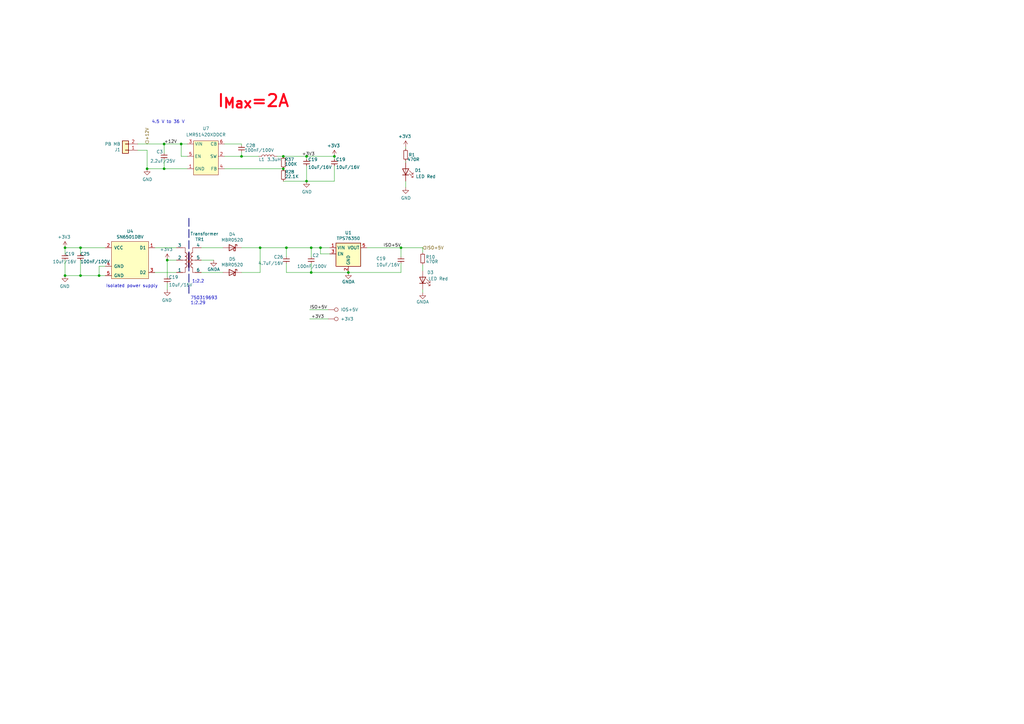
<source format=kicad_sch>
(kicad_sch (version 20230121) (generator eeschema)

  (uuid 320f2caf-f00f-4432-86ed-f2c19d076281)

  (paper "A3")

  (title_block
    (date "2023-10-19")
    (rev "V0.1")
    (company "teTra")
  )

  (lib_symbols
    (symbol "Connector:TestPoint" (pin_numbers hide) (pin_names (offset 0.762) hide) (in_bom yes) (on_board yes)
      (property "Reference" "TP" (at 0 6.858 0)
        (effects (font (size 1.27 1.27)))
      )
      (property "Value" "TestPoint" (at 0 5.08 0)
        (effects (font (size 1.27 1.27)))
      )
      (property "Footprint" "" (at 5.08 0 0)
        (effects (font (size 1.27 1.27)) hide)
      )
      (property "Datasheet" "~" (at 5.08 0 0)
        (effects (font (size 1.27 1.27)) hide)
      )
      (property "ki_keywords" "test point tp" (at 0 0 0)
        (effects (font (size 1.27 1.27)) hide)
      )
      (property "ki_description" "test point" (at 0 0 0)
        (effects (font (size 1.27 1.27)) hide)
      )
      (property "ki_fp_filters" "Pin* Test*" (at 0 0 0)
        (effects (font (size 1.27 1.27)) hide)
      )
      (symbol "TestPoint_0_1"
        (circle (center 0 3.302) (radius 0.762)
          (stroke (width 0) (type default))
          (fill (type none))
        )
      )
      (symbol "TestPoint_1_1"
        (pin passive line (at 0 0 90) (length 2.54)
          (name "1" (effects (font (size 1.27 1.27))))
          (number "1" (effects (font (size 1.27 1.27))))
        )
      )
    )
    (symbol "Connector_Generic:Conn_01x02" (pin_names (offset 1.016) hide) (in_bom yes) (on_board yes)
      (property "Reference" "J" (at 0 2.54 0)
        (effects (font (size 1.27 1.27)))
      )
      (property "Value" "Conn_01x02" (at 0 -5.08 0)
        (effects (font (size 1.27 1.27)))
      )
      (property "Footprint" "" (at 0 0 0)
        (effects (font (size 1.27 1.27)) hide)
      )
      (property "Datasheet" "~" (at 0 0 0)
        (effects (font (size 1.27 1.27)) hide)
      )
      (property "ki_keywords" "connector" (at 0 0 0)
        (effects (font (size 1.27 1.27)) hide)
      )
      (property "ki_description" "Generic connector, single row, 01x02, script generated (kicad-library-utils/schlib/autogen/connector/)" (at 0 0 0)
        (effects (font (size 1.27 1.27)) hide)
      )
      (property "ki_fp_filters" "Connector*:*_1x??_*" (at 0 0 0)
        (effects (font (size 1.27 1.27)) hide)
      )
      (symbol "Conn_01x02_1_1"
        (rectangle (start -1.27 -2.413) (end 0 -2.667)
          (stroke (width 0.1524) (type default))
          (fill (type none))
        )
        (rectangle (start -1.27 0.127) (end 0 -0.127)
          (stroke (width 0.1524) (type default))
          (fill (type none))
        )
        (rectangle (start -1.27 1.27) (end 1.27 -3.81)
          (stroke (width 0.254) (type default))
          (fill (type background))
        )
        (pin passive line (at -5.08 0 0) (length 3.81)
          (name "Pin_1" (effects (font (size 1.27 1.27))))
          (number "1" (effects (font (size 1.27 1.27))))
        )
        (pin passive line (at -5.08 -2.54 0) (length 3.81)
          (name "Pin_2" (effects (font (size 1.27 1.27))))
          (number "2" (effects (font (size 1.27 1.27))))
        )
      )
    )
    (symbol "Device:C" (pin_numbers hide) (pin_names (offset 0.254)) (in_bom yes) (on_board yes)
      (property "Reference" "C" (at 0.635 2.54 0)
        (effects (font (size 1.27 1.27)) (justify left))
      )
      (property "Value" "C" (at 0.635 -2.54 0)
        (effects (font (size 1.27 1.27)) (justify left))
      )
      (property "Footprint" "" (at 0.9652 -3.81 0)
        (effects (font (size 1.27 1.27)) hide)
      )
      (property "Datasheet" "~" (at 0 0 0)
        (effects (font (size 1.27 1.27)) hide)
      )
      (property "ki_keywords" "cap capacitor" (at 0 0 0)
        (effects (font (size 1.27 1.27)) hide)
      )
      (property "ki_description" "Unpolarized capacitor" (at 0 0 0)
        (effects (font (size 1.27 1.27)) hide)
      )
      (property "ki_fp_filters" "C_*" (at 0 0 0)
        (effects (font (size 1.27 1.27)) hide)
      )
      (symbol "C_1_1"
        (polyline
          (pts
            (xy -1.27 -0.508)
            (xy 1.27 -0.508)
          )
          (stroke (width 0.254) (type default))
          (fill (type none))
        )
        (polyline
          (pts
            (xy -1.27 0.508)
            (xy 1.27 0.508)
          )
          (stroke (width 0.254) (type default))
          (fill (type none))
        )
        (pin passive line (at 0 1.27 270) (length 0.762)
          (name "~" (effects (font (size 1.27 1.27))))
          (number "1" (effects (font (size 1.27 1.27))))
        )
        (pin passive line (at 0 -1.27 90) (length 0.762)
          (name "~" (effects (font (size 1.27 1.27))))
          (number "2" (effects (font (size 1.27 1.27))))
        )
      )
    )
    (symbol "Device:L" (pin_numbers hide) (pin_names (offset 1.016) hide) (in_bom yes) (on_board yes)
      (property "Reference" "L" (at -1.27 0 90)
        (effects (font (size 1.27 1.27)))
      )
      (property "Value" "L" (at 1.905 0 90)
        (effects (font (size 1.27 1.27)))
      )
      (property "Footprint" "" (at 0 0 0)
        (effects (font (size 1.27 1.27)) hide)
      )
      (property "Datasheet" "~" (at 0 0 0)
        (effects (font (size 1.27 1.27)) hide)
      )
      (property "ki_keywords" "inductor choke coil reactor magnetic" (at 0 0 0)
        (effects (font (size 1.27 1.27)) hide)
      )
      (property "ki_description" "Inductor" (at 0 0 0)
        (effects (font (size 1.27 1.27)) hide)
      )
      (property "ki_fp_filters" "Choke_* *Coil* Inductor_* L_*" (at 0 0 0)
        (effects (font (size 1.27 1.27)) hide)
      )
      (symbol "L_0_1"
        (arc (start 0 -2.54) (mid 0.6323 -1.905) (end 0 -1.27)
          (stroke (width 0) (type default))
          (fill (type none))
        )
        (arc (start 0 -1.27) (mid 0.6323 -0.635) (end 0 0)
          (stroke (width 0) (type default))
          (fill (type none))
        )
        (arc (start 0 0) (mid 0.6323 0.635) (end 0 1.27)
          (stroke (width 0) (type default))
          (fill (type none))
        )
        (arc (start 0 1.27) (mid 0.6323 1.905) (end 0 2.54)
          (stroke (width 0) (type default))
          (fill (type none))
        )
      )
      (symbol "L_1_1"
        (pin passive line (at 0 3.81 270) (length 1.27)
          (name "1" (effects (font (size 1.27 1.27))))
          (number "1" (effects (font (size 1.27 1.27))))
        )
        (pin passive line (at 0 -3.81 90) (length 1.27)
          (name "2" (effects (font (size 1.27 1.27))))
          (number "2" (effects (font (size 1.27 1.27))))
        )
      )
    )
    (symbol "Device:LED" (pin_numbers hide) (pin_names (offset 1.016) hide) (in_bom yes) (on_board yes)
      (property "Reference" "D" (at -0.762 -2.54 0)
        (effects (font (size 1.27 1.27)))
      )
      (property "Value" "LED" (at -0.762 4.318 0)
        (effects (font (size 1.27 1.27)))
      )
      (property "Footprint" "" (at 0 0 0)
        (effects (font (size 1.27 1.27)) hide)
      )
      (property "Datasheet" "~" (at 0 0 0)
        (effects (font (size 1.27 1.27)) hide)
      )
      (property "ki_keywords" "LED diode" (at 0 0 0)
        (effects (font (size 1.27 1.27)) hide)
      )
      (property "ki_description" "Light emitting diode" (at 0 0 0)
        (effects (font (size 1.27 1.27)) hide)
      )
      (property "ki_fp_filters" "LED* LED_SMD:* LED_THT:*" (at 0 0 0)
        (effects (font (size 1.27 1.27)) hide)
      )
      (symbol "LED_0_1"
        (polyline
          (pts
            (xy 1.27 0)
            (xy -1.27 0)
          )
          (stroke (width 0) (type default))
          (fill (type none))
        )
        (polyline
          (pts
            (xy 1.27 1.27)
            (xy 1.27 -1.27)
          )
          (stroke (width 0.254) (type default))
          (fill (type none))
        )
        (polyline
          (pts
            (xy -1.27 1.27)
            (xy -1.27 -1.27)
            (xy 1.27 0)
            (xy -1.27 1.27)
          )
          (stroke (width 0.254) (type default))
          (fill (type none))
        )
        (polyline
          (pts
            (xy -0.508 1.524)
            (xy 1.016 3.048)
            (xy 0.254 3.048)
            (xy 1.016 3.048)
            (xy 1.016 2.286)
          )
          (stroke (width 0) (type default))
          (fill (type none))
        )
        (polyline
          (pts
            (xy 0.762 1.524)
            (xy 2.286 3.048)
            (xy 1.524 3.048)
            (xy 2.286 3.048)
            (xy 2.286 2.286)
          )
          (stroke (width 0) (type default))
          (fill (type none))
        )
      )
      (symbol "LED_1_1"
        (pin passive line (at 3.81 0 180) (length 2.54)
          (name "K" (effects (font (size 1.27 1.27))))
          (number "1" (effects (font (size 1.27 1.27))))
        )
        (pin passive line (at -3.81 0 0) (length 2.54)
          (name "A" (effects (font (size 1.27 1.27))))
          (number "2" (effects (font (size 1.27 1.27))))
        )
      )
    )
    (symbol "Device:R_Small" (pin_numbers hide) (pin_names (offset 0.254) hide) (in_bom yes) (on_board yes)
      (property "Reference" "R" (at 0.762 0.508 0)
        (effects (font (size 1.27 1.27)) (justify left))
      )
      (property "Value" "R_Small" (at 0.762 -1.016 0)
        (effects (font (size 1.27 1.27)) (justify left))
      )
      (property "Footprint" "" (at 0 0 0)
        (effects (font (size 1.27 1.27)) hide)
      )
      (property "Datasheet" "~" (at 0 0 0)
        (effects (font (size 1.27 1.27)) hide)
      )
      (property "ki_keywords" "R resistor" (at 0 0 0)
        (effects (font (size 1.27 1.27)) hide)
      )
      (property "ki_description" "Resistor, small symbol" (at 0 0 0)
        (effects (font (size 1.27 1.27)) hide)
      )
      (property "ki_fp_filters" "R_*" (at 0 0 0)
        (effects (font (size 1.27 1.27)) hide)
      )
      (symbol "R_Small_0_1"
        (rectangle (start -0.762 1.778) (end 0.762 -1.778)
          (stroke (width 0.2032) (type default))
          (fill (type none))
        )
      )
      (symbol "R_Small_1_1"
        (pin passive line (at 0 2.54 270) (length 0.762)
          (name "~" (effects (font (size 1.27 1.27))))
          (number "1" (effects (font (size 1.27 1.27))))
        )
        (pin passive line (at 0 -2.54 90) (length 0.762)
          (name "~" (effects (font (size 1.27 1.27))))
          (number "2" (effects (font (size 1.27 1.27))))
        )
      )
    )
    (symbol "Diode:MBR0520" (pin_numbers hide) (pin_names (offset 1.016) hide) (in_bom yes) (on_board yes)
      (property "Reference" "D" (at 0 2.54 0)
        (effects (font (size 1.27 1.27)))
      )
      (property "Value" "MBR0520" (at 0 -2.54 0)
        (effects (font (size 1.27 1.27)))
      )
      (property "Footprint" "Diode_SMD:D_SOD-123" (at 0 -4.445 0)
        (effects (font (size 1.27 1.27)) hide)
      )
      (property "Datasheet" "http://www.mccsemi.com/up_pdf/MBR0520~MBR0580(SOD123).pdf" (at 0 0 0)
        (effects (font (size 1.27 1.27)) hide)
      )
      (property "ki_keywords" "diode Schottky" (at 0 0 0)
        (effects (font (size 1.27 1.27)) hide)
      )
      (property "ki_description" "20V 0.5A Schottky Power Rectifier Diode, SOD-123" (at 0 0 0)
        (effects (font (size 1.27 1.27)) hide)
      )
      (property "ki_fp_filters" "D*SOD?123*" (at 0 0 0)
        (effects (font (size 1.27 1.27)) hide)
      )
      (symbol "MBR0520_0_1"
        (polyline
          (pts
            (xy 1.27 0)
            (xy -1.27 0)
          )
          (stroke (width 0) (type default))
          (fill (type none))
        )
        (polyline
          (pts
            (xy 1.27 1.27)
            (xy 1.27 -1.27)
            (xy -1.27 0)
            (xy 1.27 1.27)
          )
          (stroke (width 0.254) (type default))
          (fill (type none))
        )
        (polyline
          (pts
            (xy -1.905 0.635)
            (xy -1.905 1.27)
            (xy -1.27 1.27)
            (xy -1.27 -1.27)
            (xy -0.635 -1.27)
            (xy -0.635 -0.635)
          )
          (stroke (width 0.254) (type default))
          (fill (type none))
        )
      )
      (symbol "MBR0520_1_1"
        (pin passive line (at -3.81 0 0) (length 2.54)
          (name "K" (effects (font (size 1.27 1.27))))
          (number "1" (effects (font (size 1.27 1.27))))
        )
        (pin passive line (at 3.81 0 180) (length 2.54)
          (name "A" (effects (font (size 1.27 1.27))))
          (number "2" (effects (font (size 1.27 1.27))))
        )
      )
    )
    (symbol "ENNOID:SN65601DBV" (pin_names (offset 1.016)) (in_bom yes) (on_board yes)
      (property "Reference" "U" (at 0 -8.89 0)
        (effects (font (size 1.27 1.27)))
      )
      (property "Value" "SN65601DBV" (at 0 8.89 0)
        (effects (font (size 1.27 1.27)))
      )
      (property "Footprint" "" (at 11.43 -1.27 0)
        (effects (font (size 1.27 1.27)) hide)
      )
      (property "Datasheet" "" (at 0 0 0)
        (effects (font (size 1.27 1.27)) hide)
      )
      (symbol "SN65601DBV_0_1"
        (rectangle (start -7.62 7.62) (end 7.62 -7.62)
          (stroke (width 0) (type solid))
          (fill (type background))
        )
      )
      (symbol "SN65601DBV_1_1"
        (pin input line (at -10.16 5.08 0) (length 2.54)
          (name "D1" (effects (font (size 1.27 1.27))))
          (number "1" (effects (font (size 1.27 1.27))))
        )
        (pin input line (at 10.16 5.08 180) (length 2.54)
          (name "VCC" (effects (font (size 1.27 1.27))))
          (number "2" (effects (font (size 1.27 1.27))))
        )
        (pin input line (at -10.16 -5.08 0) (length 2.54)
          (name "D2" (effects (font (size 1.27 1.27))))
          (number "3" (effects (font (size 1.27 1.27))))
        )
        (pin input line (at 10.16 -2.54 180) (length 2.54)
          (name "GND" (effects (font (size 1.27 1.27))))
          (number "4" (effects (font (size 1.27 1.27))))
        )
        (pin input line (at 10.16 -6.35 180) (length 2.54)
          (name "GND" (effects (font (size 1.27 1.27))))
          (number "5" (effects (font (size 1.27 1.27))))
        )
      )
    )
    (symbol "Power_Supervisor:TPS76350" (in_bom yes) (on_board yes)
      (property "Reference" "U" (at 0 0 0)
        (effects (font (size 1.27 1.27)))
      )
      (property "Value" "" (at 0 0 0)
        (effects (font (size 1.27 1.27)))
      )
      (property "Footprint" "" (at 0 0 0)
        (effects (font (size 1.27 1.27)) hide)
      )
      (property "Datasheet" "" (at 0 0 0)
        (effects (font (size 1.27 1.27)) hide)
      )
      (symbol "TPS76350_0_1"
        (rectangle (start -5.08 4.445) (end 5.08 -5.08)
          (stroke (width 0.254) (type solid))
          (fill (type background))
        )
      )
      (symbol "TPS76350_1_1"
        (pin power_in line (at -7.62 2.54 0) (length 2.54)
          (name "VIN" (effects (font (size 1.27 1.27))))
          (number "1" (effects (font (size 1.27 1.27))))
        )
        (pin power_in line (at 0 -7.62 90) (length 2.54)
          (name "GND" (effects (font (size 1.27 1.27))))
          (number "2" (effects (font (size 1.27 1.27))))
        )
        (pin input line (at -7.62 0 0) (length 2.54)
          (name "EN" (effects (font (size 1.27 1.27))))
          (number "3" (effects (font (size 1.27 1.27))))
        )
        (pin no_connect line (at 7.62 0 180) (length 2.54) hide
          (name "NC" (effects (font (size 1.27 1.27))))
          (number "4" (effects (font (size 1.27 1.27))))
        )
        (pin power_out line (at 7.62 2.54 180) (length 2.54)
          (name "VOUT" (effects (font (size 1.27 1.27))))
          (number "5" (effects (font (size 1.27 1.27))))
        )
      )
    )
    (symbol "Regulator_Switching:LMR51420" (in_bom yes) (on_board yes)
      (property "Reference" "U" (at 2.54 7.62 0)
        (effects (font (size 1.27 1.27)))
      )
      (property "Value" "LM51420" (at 0 0 0)
        (effects (font (size 1.27 1.27)))
      )
      (property "Footprint" "Package_TO_SOT_SMD:SOT-23-6_Handsoldering" (at 0 0 0)
        (effects (font (size 1.27 1.27)) hide)
      )
      (property "Datasheet" "https://www.ti.com/lit/ds/symlink/lmr51420.pdf" (at 0 0 0)
        (effects (font (size 1.27 1.27)) hide)
      )
      (property "MPN" "LMR51420XDDCR" (at 0 0 0)
        (effects (font (size 1.27 1.27)) hide)
      )
      (property "Description" "Buck Switching Regulator IC Positive Adjustable 0.6V 1 Output 2A SOT-23-6 Thin, TSOT-23-6" (at 0 0 0)
        (effects (font (size 1.27 1.27)) hide)
      )
      (symbol "LMR51420_1_1"
        (rectangle (start -2.54 6.35) (end 7.62 -7.62)
          (stroke (width 0) (type default))
          (fill (type background))
        )
        (pin input line (at -5.08 -5.08 0) (length 2.54)
          (name "GND" (effects (font (size 1.27 1.27))))
          (number "1" (effects (font (size 1.27 1.27))))
        )
        (pin input line (at 10.16 0 180) (length 2.54)
          (name "SW" (effects (font (size 1.27 1.27))))
          (number "2" (effects (font (size 1.27 1.27))))
        )
        (pin input line (at -5.08 5.08 0) (length 2.54)
          (name "VIN" (effects (font (size 1.27 1.27))))
          (number "3" (effects (font (size 1.27 1.27))))
        )
        (pin input line (at 10.16 -5.08 180) (length 2.54)
          (name "FB" (effects (font (size 1.27 1.27))))
          (number "4" (effects (font (size 1.27 1.27))))
        )
        (pin input line (at -5.08 0 0) (length 2.54)
          (name "EN" (effects (font (size 1.27 1.27))))
          (number "5" (effects (font (size 1.27 1.27))))
        )
        (pin input line (at 10.16 5.08 180) (length 2.54)
          (name "CB" (effects (font (size 1.27 1.27))))
          (number "6" (effects (font (size 1.27 1.27))))
        )
      )
    )
    (symbol "Transformer:TRANSF5" (pin_numbers hide) (pin_names (offset 0)) (in_bom yes) (on_board yes)
      (property "Reference" "TR" (at 0 6.35 0)
        (effects (font (size 1.27 1.27)))
      )
      (property "Value" "TRANSF5" (at 0 -6.35 0)
        (effects (font (size 1.27 1.27)))
      )
      (property "Footprint" "" (at 0 0 0)
        (effects (font (size 1.27 1.27)) hide)
      )
      (property "Datasheet" "https://mm.digikey.com/Volume0/opasdata/d220001/medias/docus/2416/760390015%20Dwg.pdf" (at 0 0 0)
        (effects (font (size 1.27 1.27)) hide)
      )
      (symbol "TRANSF5_0_1"
        (arc (start -1.524 -3.048) (mid -0.7653 -2.286) (end -1.524 -1.524)
          (stroke (width 0.2032) (type default))
          (fill (type none))
        )
        (arc (start -1.524 -1.524) (mid -0.7653 -0.762) (end -1.524 0)
          (stroke (width 0.2032) (type default))
          (fill (type none))
        )
        (arc (start -1.524 0) (mid -0.7653 0.762) (end -1.524 1.524)
          (stroke (width 0.2032) (type default))
          (fill (type none))
        )
        (arc (start -1.524 1.524) (mid -0.7653 2.286) (end -1.524 3.048)
          (stroke (width 0.2032) (type default))
          (fill (type none))
        )
        (rectangle (start -0.254 3.048) (end 0.254 -3.048)
          (stroke (width 0.0254) (type default))
          (fill (type outline))
        )
        (polyline
          (pts
            (xy -1.524 0)
            (xy -2.54 0)
            (xy -2.54 0)
          )
          (stroke (width 0) (type default))
          (fill (type outline))
        )
        (polyline
          (pts
            (xy 1.524 0)
            (xy 2.54 0)
            (xy 2.54 0)
          )
          (stroke (width 0) (type default))
          (fill (type outline))
        )
        (polyline
          (pts
            (xy -2.54 5.08)
            (xy -1.524 5.08)
            (xy -1.524 3.048)
            (xy -1.524 3.048)
          )
          (stroke (width 0.1524) (type default))
          (fill (type none))
        )
        (polyline
          (pts
            (xy -1.524 -3.048)
            (xy -1.524 -5.08)
            (xy -2.54 -5.08)
            (xy -2.54 -5.08)
          )
          (stroke (width 0.1524) (type default))
          (fill (type none))
        )
        (polyline
          (pts
            (xy 1.524 3.048)
            (xy 1.524 5.08)
            (xy 2.54 5.08)
            (xy 2.54 5.08)
          )
          (stroke (width 0.1524) (type default))
          (fill (type none))
        )
        (polyline
          (pts
            (xy 2.54 -5.08)
            (xy 1.524 -5.08)
            (xy 1.524 -3.048)
            (xy 1.524 -3.048)
          )
          (stroke (width 0.1524) (type default))
          (fill (type none))
        )
        (arc (start 1.524 -1.524) (mid 0.7653 -2.286) (end 1.524 -3.048)
          (stroke (width 0.2032) (type default))
          (fill (type none))
        )
        (arc (start 1.524 0) (mid 0.7653 -0.762) (end 1.524 -1.524)
          (stroke (width 0.2032) (type default))
          (fill (type none))
        )
        (arc (start 1.524 1.524) (mid 0.7653 0.762) (end 1.524 0)
          (stroke (width 0.2032) (type default))
          (fill (type none))
        )
        (arc (start 1.524 3.048) (mid 0.7653 2.286) (end 1.524 1.524)
          (stroke (width 0.2032) (type default))
          (fill (type none))
        )
      )
      (symbol "TRANSF5_1_1"
        (pin passive line (at -5.08 5.08 0) (length 2.54)
          (name "1" (effects (font (size 1.27 1.27))))
          (number "1" (effects (font (size 1.27 1.27))))
        )
        (pin passive line (at -5.08 0 0) (length 2.54)
          (name "2" (effects (font (size 1.27 1.27))))
          (number "2" (effects (font (size 1.27 1.27))))
        )
        (pin passive line (at -5.08 -5.08 0) (length 2.54)
          (name "3" (effects (font (size 1.27 1.27))))
          (number "3" (effects (font (size 1.27 1.27))))
        )
        (pin passive line (at 5.08 -5.08 180) (length 2.54)
          (name "4" (effects (font (size 1.27 1.27))))
          (number "4" (effects (font (size 1.27 1.27))))
        )
        (pin passive line (at 5.08 0 180) (length 2.54)
          (name "5" (effects (font (size 1.27 1.27))))
          (number "5" (effects (font (size 1.27 1.27))))
        )
        (pin passive line (at 5.08 5.08 180) (length 2.54)
          (name "6" (effects (font (size 1.27 1.27))))
          (number "6" (effects (font (size 1.27 1.27))))
        )
      )
    )
    (symbol "power:+3V3" (power) (pin_names (offset 0)) (in_bom yes) (on_board yes)
      (property "Reference" "#PWR" (at 0 -3.81 0)
        (effects (font (size 1.27 1.27)) hide)
      )
      (property "Value" "+3V3" (at 0 3.556 0)
        (effects (font (size 1.27 1.27)))
      )
      (property "Footprint" "" (at 0 0 0)
        (effects (font (size 1.27 1.27)) hide)
      )
      (property "Datasheet" "" (at 0 0 0)
        (effects (font (size 1.27 1.27)) hide)
      )
      (property "ki_keywords" "global power" (at 0 0 0)
        (effects (font (size 1.27 1.27)) hide)
      )
      (property "ki_description" "Power symbol creates a global label with name \"+3V3\"" (at 0 0 0)
        (effects (font (size 1.27 1.27)) hide)
      )
      (symbol "+3V3_0_1"
        (polyline
          (pts
            (xy -0.762 1.27)
            (xy 0 2.54)
          )
          (stroke (width 0) (type default))
          (fill (type none))
        )
        (polyline
          (pts
            (xy 0 0)
            (xy 0 2.54)
          )
          (stroke (width 0) (type default))
          (fill (type none))
        )
        (polyline
          (pts
            (xy 0 2.54)
            (xy 0.762 1.27)
          )
          (stroke (width 0) (type default))
          (fill (type none))
        )
      )
      (symbol "+3V3_1_1"
        (pin power_in line (at 0 0 90) (length 0) hide
          (name "+3V3" (effects (font (size 1.27 1.27))))
          (number "1" (effects (font (size 1.27 1.27))))
        )
      )
    )
    (symbol "power:GND" (power) (pin_names (offset 0)) (in_bom yes) (on_board yes)
      (property "Reference" "#PWR" (at 0 -6.35 0)
        (effects (font (size 1.27 1.27)) hide)
      )
      (property "Value" "GND" (at 0 -3.81 0)
        (effects (font (size 1.27 1.27)))
      )
      (property "Footprint" "" (at 0 0 0)
        (effects (font (size 1.27 1.27)) hide)
      )
      (property "Datasheet" "" (at 0 0 0)
        (effects (font (size 1.27 1.27)) hide)
      )
      (property "ki_keywords" "global power" (at 0 0 0)
        (effects (font (size 1.27 1.27)) hide)
      )
      (property "ki_description" "Power symbol creates a global label with name \"GND\" , ground" (at 0 0 0)
        (effects (font (size 1.27 1.27)) hide)
      )
      (symbol "GND_0_1"
        (polyline
          (pts
            (xy 0 0)
            (xy 0 -1.27)
            (xy 1.27 -1.27)
            (xy 0 -2.54)
            (xy -1.27 -1.27)
            (xy 0 -1.27)
          )
          (stroke (width 0) (type default))
          (fill (type none))
        )
      )
      (symbol "GND_1_1"
        (pin power_in line (at 0 0 270) (length 0) hide
          (name "GND" (effects (font (size 1.27 1.27))))
          (number "1" (effects (font (size 1.27 1.27))))
        )
      )
    )
    (symbol "power:GNDA" (power) (pin_names (offset 0)) (in_bom yes) (on_board yes)
      (property "Reference" "#PWR" (at 0 -6.35 0)
        (effects (font (size 1.27 1.27)) hide)
      )
      (property "Value" "GNDA" (at 0 -3.81 0)
        (effects (font (size 1.27 1.27)))
      )
      (property "Footprint" "" (at 0 0 0)
        (effects (font (size 1.27 1.27)) hide)
      )
      (property "Datasheet" "" (at 0 0 0)
        (effects (font (size 1.27 1.27)) hide)
      )
      (property "ki_keywords" "global power" (at 0 0 0)
        (effects (font (size 1.27 1.27)) hide)
      )
      (property "ki_description" "Power symbol creates a global label with name \"GNDA\" , analog ground" (at 0 0 0)
        (effects (font (size 1.27 1.27)) hide)
      )
      (symbol "GNDA_0_1"
        (polyline
          (pts
            (xy 0 0)
            (xy 0 -1.27)
            (xy 1.27 -1.27)
            (xy 0 -2.54)
            (xy -1.27 -1.27)
            (xy 0 -1.27)
          )
          (stroke (width 0) (type default))
          (fill (type none))
        )
      )
      (symbol "GNDA_1_1"
        (pin power_in line (at 0 0 270) (length 0) hide
          (name "GNDA" (effects (font (size 1.27 1.27))))
          (number "1" (effects (font (size 1.27 1.27))))
        )
      )
    )
  )

  (junction (at 26.67 101.6) (diameter 0) (color 0 0 0 0)
    (uuid 287cb2ff-3ba6-4fab-bb0c-79b8a331f9cc)
  )
  (junction (at 116.205 69.215) (diameter 0) (color 0 0 0 0)
    (uuid 29144466-7e96-4d51-80d1-c49736fa2bc4)
  )
  (junction (at 40.64 113.03) (diameter 0) (color 0 0 0 0)
    (uuid 2bf5d0f5-df70-43d7-88ce-3a7b2438659f)
  )
  (junction (at 137.16 64.135) (diameter 0) (color 0 0 0 0)
    (uuid 35273a59-c037-447b-85d4-ec84f98a11ba)
  )
  (junction (at 106.68 101.6) (diameter 0) (color 0 0 0 0)
    (uuid 3dae0cfe-ba71-459f-a62d-a85f310aaea4)
  )
  (junction (at 116.205 64.135) (diameter 0) (color 0 0 0 0)
    (uuid 5bc0c177-e187-4b2d-8d6d-cd38ae6c4e85)
  )
  (junction (at 164.465 101.6) (diameter 0) (color 0 0 0 0)
    (uuid 5db367fe-3c10-440b-83e3-582d3065da46)
  )
  (junction (at 99.06 64.135) (diameter 0) (color 0 0 0 0)
    (uuid 61d92f39-c5e9-48d5-894f-a5fc74e9add8)
  )
  (junction (at 131.445 101.6) (diameter 0) (color 0 0 0 0)
    (uuid 6ab63bff-d05c-4c2a-b872-6604c3cf20af)
  )
  (junction (at 67.31 69.215) (diameter 0) (color 0 0 0 0)
    (uuid 6b59f74b-88a0-4e9d-89ff-f92784181315)
  )
  (junction (at 33.02 113.03) (diameter 0) (color 0 0 0 0)
    (uuid 6b6802c3-4810-4379-a43b-641f5538348c)
  )
  (junction (at 127.635 101.6) (diameter 0) (color 0 0 0 0)
    (uuid 6ea68398-1927-44e1-9aaa-83b512ecd08d)
  )
  (junction (at 125.73 74.295) (diameter 0) (color 0 0 0 0)
    (uuid 96fb71f3-0e23-47e9-b6b5-360045d2ef7e)
  )
  (junction (at 142.875 111.76) (diameter 0) (color 0 0 0 0)
    (uuid ac28e840-00f8-41fc-b85a-edc9472e92f5)
  )
  (junction (at 68.58 106.68) (diameter 0) (color 0 0 0 0)
    (uuid c6347032-25b4-4978-95bc-d32e1a4c9752)
  )
  (junction (at 127.635 111.76) (diameter 0) (color 0 0 0 0)
    (uuid ca508827-803e-4fbc-90dd-a3f8b4a8786b)
  )
  (junction (at 67.31 59.055) (diameter 0) (color 0 0 0 0)
    (uuid ccb1139c-07ad-412a-836d-9d3943567551)
  )
  (junction (at 117.475 101.6) (diameter 0) (color 0 0 0 0)
    (uuid d023e8f9-f54b-434c-b546-0abf23534f33)
  )
  (junction (at 26.67 113.03) (diameter 0) (color 0 0 0 0)
    (uuid da5a39ed-1826-4a41-90b5-d62bd85e14b7)
  )
  (junction (at 125.73 64.135) (diameter 0) (color 0 0 0 0)
    (uuid e02390c4-79fa-41f5-ab89-8ada9443d850)
  )
  (junction (at 33.02 101.6) (diameter 0) (color 0 0 0 0)
    (uuid e41bffb5-88d2-4721-b304-503e594ae951)
  )
  (junction (at 74.295 59.055) (diameter 0) (color 0 0 0 0)
    (uuid e4254500-a2be-4e50-9d4e-a7cd632c0564)
  )
  (junction (at 60.325 69.215) (diameter 0) (color 0 0 0 0)
    (uuid febf7e91-2df9-44a0-abf8-4dddeb6ce259)
  )

  (wire (pts (xy 99.06 59.69) (xy 99.06 59.055))
    (stroke (width 0) (type default))
    (uuid 0469e5ac-046a-4fa8-973e-7388c1e7d7a8)
  )
  (wire (pts (xy 74.295 59.055) (xy 74.295 64.135))
    (stroke (width 0) (type default))
    (uuid 0d3a0ba7-1953-486c-a11f-1f8f1439a447)
  )
  (wire (pts (xy 164.465 101.6) (xy 150.495 101.6))
    (stroke (width 0) (type default))
    (uuid 11dfd986-6ecc-4f04-b77f-e0dd682b2146)
  )
  (wire (pts (xy 26.67 106.68) (xy 26.67 113.03))
    (stroke (width 0) (type default))
    (uuid 13820624-493e-4cc7-bbb8-bc0e32ed5f65)
  )
  (wire (pts (xy 99.06 111.76) (xy 106.68 111.76))
    (stroke (width 0) (type default))
    (uuid 1455923a-c706-4e64-afb7-f8c9f47c3cb8)
  )
  (wire (pts (xy 127 130.81) (xy 134.62 130.81))
    (stroke (width 0) (type default))
    (uuid 14c45e74-9ddb-4a88-8125-2229376ab26f)
  )
  (wire (pts (xy 99.06 62.23) (xy 99.06 64.135))
    (stroke (width 0) (type default))
    (uuid 152384d6-d0b9-41bc-8d01-3087f7a47946)
  )
  (wire (pts (xy 33.02 106.68) (xy 33.02 113.03))
    (stroke (width 0) (type default))
    (uuid 1b3d0bc5-38da-4893-8e64-5a11c9dd165f)
  )
  (wire (pts (xy 164.465 101.6) (xy 164.465 105.41))
    (stroke (width 0) (type default))
    (uuid 1b94e64a-faf4-4632-8f34-b5b50b24e1dd)
  )
  (wire (pts (xy 67.31 65.405) (xy 67.31 69.215))
    (stroke (width 0) (type default))
    (uuid 1cc296be-f7be-40e4-8be7-b944ac4a0aa8)
  )
  (bus (pts (xy 77.47 89.535) (xy 77.47 120.65))
    (stroke (width 0) (type dash))
    (uuid 1d2eda15-7c96-46ed-985f-c7ce3c26d564)
  )

  (wire (pts (xy 60.325 69.215) (xy 67.31 69.215))
    (stroke (width 0) (type default))
    (uuid 1e05a4ef-8a17-4cd8-8f87-43aa62427042)
  )
  (wire (pts (xy 164.465 101.6) (xy 173.355 101.6))
    (stroke (width 0) (type default))
    (uuid 1fb07903-e9dd-4f49-a202-1d14a4f98b73)
  )
  (wire (pts (xy 82.55 106.68) (xy 87.63 106.68))
    (stroke (width 0) (type default))
    (uuid 20e6e05e-73d0-4c6d-b7eb-409463f986a5)
  )
  (wire (pts (xy 106.68 101.6) (xy 99.06 101.6))
    (stroke (width 0) (type default))
    (uuid 24c8db51-93d8-4a15-83bd-a1dcf194cdf7)
  )
  (wire (pts (xy 166.37 66.04) (xy 166.37 66.675))
    (stroke (width 0) (type default))
    (uuid 250d3937-f53d-49ab-9a23-bc0bea4b5345)
  )
  (wire (pts (xy 56.515 59.055) (xy 67.31 59.055))
    (stroke (width 0) (type default))
    (uuid 2b18c1ee-136e-4276-994d-0f858cbba886)
  )
  (wire (pts (xy 33.02 101.6) (xy 33.02 104.14))
    (stroke (width 0) (type default))
    (uuid 3744bca8-ab98-4768-a4a2-149672cb5602)
  )
  (wire (pts (xy 56.515 61.595) (xy 60.325 61.595))
    (stroke (width 0) (type default))
    (uuid 3c5ca94a-912d-43d3-af27-cc87b3a16e50)
  )
  (wire (pts (xy 173.355 108.585) (xy 173.355 111.125))
    (stroke (width 0) (type default))
    (uuid 46e5f250-0e7b-49a8-b365-5c5c74ea93de)
  )
  (wire (pts (xy 92.075 69.215) (xy 116.205 69.215))
    (stroke (width 0) (type default))
    (uuid 4f7f12e4-1149-410a-99ae-3fc9466b87b7)
  )
  (wire (pts (xy 67.31 69.215) (xy 76.835 69.215))
    (stroke (width 0) (type default))
    (uuid 54943512-e3f2-46ed-bba5-6eace142a1b2)
  )
  (wire (pts (xy 166.37 60.96) (xy 166.37 60.325))
    (stroke (width 0) (type default))
    (uuid 567a5f93-f1d9-41b3-84dc-3e943f3ff1ad)
  )
  (wire (pts (xy 92.075 64.135) (xy 99.06 64.135))
    (stroke (width 0) (type default))
    (uuid 58456133-6171-4abd-9b11-a0696a3b1ca8)
  )
  (wire (pts (xy 125.73 64.135) (xy 125.73 65.405))
    (stroke (width 0) (type default))
    (uuid 59077188-1267-4d68-be5b-dc6a947a6d8e)
  )
  (wire (pts (xy 26.67 101.6) (xy 33.02 101.6))
    (stroke (width 0) (type default))
    (uuid 5cc6d37a-4d67-4e8e-8cae-a0bb77aea5ff)
  )
  (wire (pts (xy 40.64 113.03) (xy 43.18 113.03))
    (stroke (width 0) (type default))
    (uuid 637442eb-d018-4b46-ab2b-c7197c630128)
  )
  (wire (pts (xy 131.445 104.14) (xy 131.445 101.6))
    (stroke (width 0) (type default))
    (uuid 6c094bf3-a875-44dc-909e-cead78d76dc3)
  )
  (wire (pts (xy 117.475 101.6) (xy 106.68 101.6))
    (stroke (width 0) (type default))
    (uuid 6ecfd7d1-c006-4c91-92bc-1099f018dd72)
  )
  (wire (pts (xy 116.205 74.295) (xy 125.73 74.295))
    (stroke (width 0) (type default))
    (uuid 70a9c38f-0839-42ea-9bfe-c954f0e97a69)
  )
  (wire (pts (xy 67.31 59.055) (xy 74.295 59.055))
    (stroke (width 0) (type default))
    (uuid 7be9def3-5a03-437c-849e-67b144acd5b9)
  )
  (wire (pts (xy 26.67 113.03) (xy 33.02 113.03))
    (stroke (width 0) (type default))
    (uuid 7d97c024-c7d4-43ba-b6ba-c38db8dc1f41)
  )
  (wire (pts (xy 74.295 64.135) (xy 76.835 64.135))
    (stroke (width 0) (type default))
    (uuid 7f48b6ea-8307-450b-b5a4-29af75e803a3)
  )
  (wire (pts (xy 135.255 101.6) (xy 131.445 101.6))
    (stroke (width 0) (type default))
    (uuid 7f82eaf6-7f81-4eeb-819a-dd37c2f47426)
  )
  (wire (pts (xy 74.295 59.055) (xy 76.835 59.055))
    (stroke (width 0) (type default))
    (uuid 85fdeba7-5c1b-4b41-b30e-d7845d4d0980)
  )
  (wire (pts (xy 68.58 106.68) (xy 68.58 113.665))
    (stroke (width 0) (type default))
    (uuid 86bcc7f7-d646-4505-bfe2-5ea17d0e7099)
  )
  (wire (pts (xy 60.325 61.595) (xy 60.325 69.215))
    (stroke (width 0) (type default))
    (uuid 86edff3b-291b-4d60-bd18-ca8058446acf)
  )
  (wire (pts (xy 72.39 106.68) (xy 68.58 106.68))
    (stroke (width 0) (type default))
    (uuid 873cbbf7-6d50-4e9e-ae68-6ddeb929a10f)
  )
  (wire (pts (xy 67.31 59.055) (xy 67.31 62.865))
    (stroke (width 0) (type default))
    (uuid 8e477447-eb4d-489b-be37-f5dcb9a45f2a)
  )
  (wire (pts (xy 92.075 59.055) (xy 99.06 59.055))
    (stroke (width 0) (type default))
    (uuid 944cd41c-12ee-4396-baf7-bad8a5174d9f)
  )
  (wire (pts (xy 116.205 64.135) (xy 125.73 64.135))
    (stroke (width 0) (type default))
    (uuid 9514ea63-a156-40f4-9dc0-36abe29d5ad8)
  )
  (wire (pts (xy 33.02 101.6) (xy 43.18 101.6))
    (stroke (width 0) (type default))
    (uuid 9654321f-9bc2-4b7e-b60a-24eaab4f18f5)
  )
  (wire (pts (xy 137.16 64.135) (xy 137.16 65.405))
    (stroke (width 0) (type default))
    (uuid 97bd0923-9b9d-46b9-abeb-cbed2619da45)
  )
  (wire (pts (xy 99.06 64.135) (xy 106.045 64.135))
    (stroke (width 0) (type default))
    (uuid a100e90e-35c4-4f97-9164-aa30791e5053)
  )
  (wire (pts (xy 131.445 101.6) (xy 127.635 101.6))
    (stroke (width 0) (type default))
    (uuid a4fb84cb-4cb4-438a-bdb7-2c1da3b7f6e9)
  )
  (wire (pts (xy 135.255 104.14) (xy 131.445 104.14))
    (stroke (width 0) (type default))
    (uuid a89ff934-c488-41d4-b5f8-ccc21e6159d4)
  )
  (wire (pts (xy 137.16 67.945) (xy 137.16 74.295))
    (stroke (width 0) (type default))
    (uuid a9521371-2240-4d53-941e-254055dc7641)
  )
  (wire (pts (xy 113.665 64.135) (xy 116.205 64.135))
    (stroke (width 0) (type default))
    (uuid aa32980a-6228-4f42-8aab-8c6038d4bce9)
  )
  (wire (pts (xy 91.44 101.6) (xy 82.55 101.6))
    (stroke (width 0) (type default))
    (uuid aadb6636-b243-483e-84c6-a40308e3140c)
  )
  (wire (pts (xy 127.635 101.6) (xy 117.475 101.6))
    (stroke (width 0) (type default))
    (uuid ac263a73-b2fe-49f5-acde-b216a1b766c2)
  )
  (wire (pts (xy 72.39 101.6) (xy 63.5 101.6))
    (stroke (width 0) (type default))
    (uuid ac3d90e1-85ee-46fe-b93d-18f785dc752b)
  )
  (wire (pts (xy 127.635 107.95) (xy 127.635 111.76))
    (stroke (width 0) (type default))
    (uuid acce53de-3cdb-4a55-8d2e-fd2d2d8d546e)
  )
  (wire (pts (xy 43.18 109.22) (xy 40.64 109.22))
    (stroke (width 0) (type default))
    (uuid ae0c9b04-7268-4d86-9b0f-da06874f196f)
  )
  (wire (pts (xy 166.37 74.295) (xy 166.37 76.835))
    (stroke (width 0) (type default))
    (uuid b1f4635e-a6fb-42ce-a22c-09920d9c231f)
  )
  (wire (pts (xy 91.44 111.76) (xy 82.55 111.76))
    (stroke (width 0) (type default))
    (uuid b6b51d6c-ace6-4309-b98c-7ebe13a22e14)
  )
  (wire (pts (xy 117.475 107.95) (xy 117.475 111.76))
    (stroke (width 0) (type default))
    (uuid be5729e0-9777-4ff4-9377-259c272f5cd8)
  )
  (wire (pts (xy 125.73 67.945) (xy 125.73 74.295))
    (stroke (width 0) (type default))
    (uuid bfc9f007-3d45-437c-b38a-6d13c90208ba)
  )
  (wire (pts (xy 164.465 111.76) (xy 142.875 111.76))
    (stroke (width 0) (type default))
    (uuid c3a52349-6744-490e-9dae-4e52547af97e)
  )
  (wire (pts (xy 72.39 111.76) (xy 63.5 111.76))
    (stroke (width 0) (type default))
    (uuid cd5524b5-8d30-45f9-8c23-ec8939f0ef14)
  )
  (wire (pts (xy 26.67 104.14) (xy 26.67 101.6))
    (stroke (width 0) (type default))
    (uuid d0f93556-1453-4c30-8404-b6e35e687a93)
  )
  (wire (pts (xy 117.475 101.6) (xy 117.475 105.41))
    (stroke (width 0) (type default))
    (uuid dc371185-c27a-4aad-a458-38a3df47d894)
  )
  (wire (pts (xy 40.64 113.03) (xy 33.02 113.03))
    (stroke (width 0) (type default))
    (uuid e0b74a65-b020-444f-a511-6e536ded0567)
  )
  (wire (pts (xy 127.635 111.76) (xy 117.475 111.76))
    (stroke (width 0) (type default))
    (uuid e3b49672-a676-40b4-9839-a1d9789117de)
  )
  (wire (pts (xy 173.355 101.6) (xy 173.355 103.505))
    (stroke (width 0) (type default))
    (uuid e5573f54-2c8a-493f-96a2-f68f3841c5e8)
  )
  (wire (pts (xy 173.355 118.745) (xy 173.355 120.015))
    (stroke (width 0) (type default))
    (uuid e6a5c00d-cc33-46ea-8e39-7c4965a489a3)
  )
  (wire (pts (xy 127 127) (xy 134.62 127))
    (stroke (width 0) (type default))
    (uuid eaf31500-912b-4cc3-87ff-347736ab9f0d)
  )
  (wire (pts (xy 164.465 107.95) (xy 164.465 111.76))
    (stroke (width 0) (type default))
    (uuid ecdb511f-e13d-41f0-8a5f-d279ab5dcd94)
  )
  (wire (pts (xy 40.64 109.22) (xy 40.64 113.03))
    (stroke (width 0) (type default))
    (uuid ed843ae5-68c7-4ba2-84b9-661e69e13d22)
  )
  (wire (pts (xy 106.68 101.6) (xy 106.68 111.76))
    (stroke (width 0) (type default))
    (uuid ef87d12a-8abf-4b93-8193-f0b795611ad6)
  )
  (wire (pts (xy 127.635 101.6) (xy 127.635 105.41))
    (stroke (width 0) (type default))
    (uuid f0857e98-9035-458e-920c-85f433682b21)
  )
  (wire (pts (xy 68.58 116.205) (xy 68.58 118.745))
    (stroke (width 0) (type default))
    (uuid f8414efc-5228-4b6d-b192-8e76fbb60dc4)
  )
  (wire (pts (xy 125.73 74.295) (xy 137.16 74.295))
    (stroke (width 0) (type default))
    (uuid f8fab778-029f-42a2-90f4-16c461c8c0f6)
  )
  (wire (pts (xy 142.875 111.76) (xy 127.635 111.76))
    (stroke (width 0) (type default))
    (uuid fa18298d-7a76-4eb7-94ef-e406292d7c0a)
  )
  (wire (pts (xy 137.16 64.135) (xy 125.73 64.135))
    (stroke (width 0) (type default))
    (uuid fae627ba-c63d-4e24-b3c7-86efd665fac1)
  )

  (text "1:2.2" (at 78.74 116.205 0)
    (effects (font (size 1.27 1.27)) (justify left bottom))
    (uuid 14d25794-d02d-4ec5-b354-6479f2cac503)
  )
  (text "I_{Max}=2A" (at 88.9 44.45 0)
    (effects (font (size 5 5) (thickness 0.8) bold (color 255 3 22 1)) (justify left bottom))
    (uuid 1570ff9c-e7ed-48d8-8d45-6fe133da4d17)
  )
  (text "Isolated power supply" (at 64.77 118.11 0)
    (effects (font (size 1.27 1.27)) (justify right bottom))
    (uuid 8542ef56-a148-4408-9945-88ba30a9bd78)
  )
  (text "750319693   \n1:2.29" (at 78.105 125.095 0)
    (effects (font (size 1.27 1.27)) (justify left bottom))
    (uuid 9172f304-b287-4261-9662-e290c3629ae5)
  )
  (text "4.5 V to 36 V\n" (at 62.23 50.8 0)
    (effects (font (size 1.27 1.27)) (justify left bottom))
    (uuid c3bcacd1-0fc0-48b4-bd95-f03cac9dc2a4)
  )

  (label "+3V3" (at 127.635 130.81 0) (fields_autoplaced)
    (effects (font (size 1.27 1.27)) (justify left bottom))
    (uuid 5d7874e3-727c-41c8-91d3-ffe0af7b63a0)
  )
  (label "ISO+5V" (at 127 127 0) (fields_autoplaced)
    (effects (font (size 1.27 1.27)) (justify left bottom))
    (uuid c0a6d7d7-1794-40ed-8307-70ee963eb2e9)
  )
  (label "+3V3" (at 123.825 64.135 0) (fields_autoplaced)
    (effects (font (size 1.27 1.27)) (justify left bottom))
    (uuid c4ef4bd0-3f91-4c4e-a63a-644adca90d6c)
  )
  (label "+12V" (at 67.31 59.055 0) (fields_autoplaced)
    (effects (font (size 1.27 1.27)) (justify left bottom))
    (uuid d0e713de-ece8-480f-870f-ac1afe8bc551)
  )
  (label "ISO+5V" (at 164.465 101.6 180) (fields_autoplaced)
    (effects (font (size 1.27 1.27)) (justify right bottom))
    (uuid f5889c0b-43ab-42a6-9d8a-f7c3285e206a)
  )

  (hierarchical_label "ISO+5V" (shape input) (at 173.355 101.6 0) (fields_autoplaced)
    (effects (font (size 1.27 1.27)) (justify left))
    (uuid 2bbb8211-bb02-4060-87a5-99f006e0d0d9)
  )
  (hierarchical_label "+12V" (shape input) (at 60.325 59.055 90) (fields_autoplaced)
    (effects (font (size 1.27 1.27)) (justify left))
    (uuid 8eecf37d-f92b-4375-9c21-a112de8d16c3)
  )

  (symbol (lib_id "Device:L") (at 109.855 64.135 90) (unit 1)
    (in_bom yes) (on_board yes) (dnp no)
    (uuid 00000000-0000-0000-0000-00005c70a0c0)
    (property "Reference" "L1" (at 107.315 65.405 90)
      (effects (font (size 1.27 1.27)))
    )
    (property "Value" "3.3uH" (at 112.395 65.405 90)
      (effects (font (size 1.27 1.27)))
    )
    (property "Footprint" "Inductor_SMD:L_Bourns_SRP5030T" (at 109.855 64.135 0)
      (effects (font (size 1.27 1.27)) hide)
    )
    (property "Datasheet" "https://www.bourns.com/docs/Product-Datasheets/SRP5030CC.pdf" (at 109.855 64.135 0)
      (effects (font (size 1.27 1.27)) hide)
    )
    (property "MPN" "SRP5030CC-3R3M" (at 109.855 64.135 0)
      (effects (font (size 1.27 1.27)) hide)
    )
    (property "Link" "https://www.digikey.jp/en/products/detail/bourns-inc/SRP5030CC-3R3M/21263799?s=N4IgTCBcDaIMoCUAKBWADAZjQYWwWgwQwFkQBdAXyA" (at 109.855 64.135 90)
      (effects (font (size 1.27 1.27)) hide)
    )
    (property "Description" "3.3 µH Shielded Wirewound Inductor 5 A 38mOhm Max Nonstandard" (at 109.855 64.135 90)
      (effects (font (size 1.27 1.27)) hide)
    )
    (pin "1" (uuid e7df8030-2c52-4ba2-878a-8c8851921cee))
    (pin "2" (uuid 5c4a8b37-2c00-4746-b0ed-616015f3a24f))
    (instances
      (project "ESP32_Master"
        (path "/6a86ff6f-b159-4c4c-8a40-e732cc82e010/00000000-0000-0000-0000-00005ac18063"
          (reference "L1") (unit 1)
        )
      )
    )
  )

  (symbol (lib_id "power:GND") (at 125.73 74.295 0) (unit 1)
    (in_bom yes) (on_board yes) (dnp no)
    (uuid 00000000-0000-0000-0000-00005c74287e)
    (property "Reference" "#PWR043" (at 125.73 80.645 0)
      (effects (font (size 1.27 1.27)) hide)
    )
    (property "Value" "GND" (at 125.857 78.6892 0)
      (effects (font (size 1.27 1.27)))
    )
    (property "Footprint" "" (at 125.73 74.295 0)
      (effects (font (size 1.27 1.27)) hide)
    )
    (property "Datasheet" "" (at 125.73 74.295 0)
      (effects (font (size 1.27 1.27)) hide)
    )
    (pin "1" (uuid d2e83e23-29a4-4b8f-8ff7-b0bb958de396))
    (instances
      (project "ESP32_Master"
        (path "/6a86ff6f-b159-4c4c-8a40-e732cc82e010/00000000-0000-0000-0000-00005ac18063"
          (reference "#PWR043") (unit 1)
        )
      )
    )
  )

  (symbol (lib_id "power:GND") (at 60.325 69.215 0) (unit 1)
    (in_bom yes) (on_board yes) (dnp no)
    (uuid 05fcc230-55dd-4c6f-a62a-7dfc2c10bf73)
    (property "Reference" "#PWR038" (at 60.325 75.565 0)
      (effects (font (size 1.27 1.27)) hide)
    )
    (property "Value" "GND" (at 60.452 73.6092 0)
      (effects (font (size 1.27 1.27)))
    )
    (property "Footprint" "" (at 60.325 69.215 0)
      (effects (font (size 1.27 1.27)) hide)
    )
    (property "Datasheet" "" (at 60.325 69.215 0)
      (effects (font (size 1.27 1.27)) hide)
    )
    (pin "1" (uuid c34052e6-b55f-466a-9d3b-88d85f86cb59))
    (instances
      (project "ESP32_Master"
        (path "/6a86ff6f-b159-4c4c-8a40-e732cc82e010/00000000-0000-0000-0000-00005ac18063"
          (reference "#PWR038") (unit 1)
        )
      )
    )
  )

  (symbol (lib_id "power:GNDA") (at 173.355 120.015 0) (unit 1)
    (in_bom yes) (on_board yes) (dnp no)
    (uuid 0dc1ced9-5c18-4965-a3d3-882d695de023)
    (property "Reference" "#PWR08" (at 173.355 126.365 0)
      (effects (font (size 1.27 1.27)) hide)
    )
    (property "Value" "GNDA" (at 173.355 123.825 0)
      (effects (font (size 1.27 1.27)))
    )
    (property "Footprint" "" (at 173.355 120.015 0)
      (effects (font (size 1.27 1.27)) hide)
    )
    (property "Datasheet" "" (at 173.355 120.015 0)
      (effects (font (size 1.27 1.27)) hide)
    )
    (pin "1" (uuid 12dd2959-479c-4aa0-a1f8-67e59448fe67))
    (instances
      (project "ESP32_Master"
        (path "/6a86ff6f-b159-4c4c-8a40-e732cc82e010/00000000-0000-0000-0000-00005ac18063"
          (reference "#PWR08") (unit 1)
        )
      )
    )
  )

  (symbol (lib_id "ENNOID:SN65601DBV") (at 53.34 106.68 0) (mirror y) (unit 1)
    (in_bom yes) (on_board yes) (dnp no)
    (uuid 1ab1063d-9ff7-47e6-b41c-0d89ffcec2fb)
    (property "Reference" "U4" (at 53.34 94.869 0)
      (effects (font (size 1.27 1.27)))
    )
    (property "Value" "SN6501DBV" (at 53.34 97.1804 0)
      (effects (font (size 1.27 1.27)))
    )
    (property "Footprint" "Package_TO_SOT_SMD:SOT-23-5" (at 41.91 107.95 0)
      (effects (font (size 1.27 1.27)) hide)
    )
    (property "Datasheet" "https://www.ti.com.cn/cn/lit/ds/symlink/sn6501.pdf?ts=1707800085827&ref_url=https%253A%252F%252Fwww.ti.com.cn%252Fsitesearch%252Fzh-cn%252Fdocs%252Funiversalsearch.tsp%253FlangPref%253Dzh-CN%2526searchTerm%253DSN6501DBV%2526nr%253D33" (at 53.34 106.68 0)
      (effects (font (size 1.27 1.27)) hide)
    )
    (property "MPN" "SN6501DBVR" (at 53.34 106.68 0)
      (effects (font (size 1.27 1.27)) hide)
    )
    (property "Description" "Transformer Driver PMIC SOT-23-5" (at 53.34 106.68 0)
      (effects (font (size 1.27 1.27)) hide)
    )
    (property "Link" "https://www.digikey.jp/en/products/detail/texas-instruments/SN6501DBVR/3431175?s=N4IgTCBcDaIMoDkBsBWADARgCICEBqASiALoC%2BQA" (at 53.34 106.68 0)
      (effects (font (size 1.27 1.27)) hide)
    )
    (pin "1" (uuid a6871cff-fee7-419c-bb9f-451c0c1c0378))
    (pin "2" (uuid bad024ce-7fd3-44d9-8ab9-16b6a32a5bda))
    (pin "3" (uuid 15c40beb-be99-410f-9754-95e8d994d712))
    (pin "4" (uuid d7c8d9da-ba73-4da2-a8d1-a252871bc70c))
    (pin "5" (uuid 564fc764-c9a7-4f0f-b600-18ee52f72743))
    (instances
      (project "ESP32_Master"
        (path "/6a86ff6f-b159-4c4c-8a40-e732cc82e010/00000000-0000-0000-0000-00005ac18063"
          (reference "U4") (unit 1)
        )
      )
    )
  )

  (symbol (lib_id "Connector:TestPoint") (at 134.62 130.81 270) (unit 1)
    (in_bom yes) (on_board yes) (dnp no)
    (uuid 1f6da100-6a88-4ea7-a648-e8d6a684967f)
    (property "Reference" "TP2" (at 139.192 133.35 0)
      (effects (font (size 1.27 1.27)) (justify left) hide)
    )
    (property "Value" "+3V3" (at 139.7 130.81 90)
      (effects (font (size 1.27 1.27)) (justify left))
    )
    (property "Footprint" "TestPoint:TestPoint_Pad_D1.0mm" (at 134.62 135.89 0)
      (effects (font (size 1.27 1.27)) hide)
    )
    (property "Datasheet" "~" (at 134.62 135.89 0)
      (effects (font (size 1.27 1.27)) hide)
    )
    (pin "1" (uuid c39b90e8-13ff-46e7-88c2-5ee7ddc05298))
    (instances
      (project "ESP32_Master"
        (path "/6a86ff6f-b159-4c4c-8a40-e732cc82e010/00000000-0000-0000-0000-00005ac18063"
          (reference "TP2") (unit 1)
        )
      )
    )
  )

  (symbol (lib_id "Device:C") (at 26.67 105.41 0) (unit 1)
    (in_bom yes) (on_board yes) (dnp no)
    (uuid 1fa7652a-4fa8-44b6-bf4c-1328d72f6a98)
    (property "Reference" "C19" (at 26.67 104.14 0)
      (effects (font (size 1.27 1.27)) (justify left))
    )
    (property "Value" "10uF/16V" (at 21.59 107.315 0)
      (effects (font (size 1.27 1.27)) (justify left))
    )
    (property "Footprint" "Capacitor_SMD:C_0805_2012Metric" (at 27.6352 109.22 0)
      (effects (font (size 1.27 1.27)) hide)
    )
    (property "Datasheet" "https://mm.digikey.com/Volume0/opasdata/d220001/medias/docus/609/CL21A106KOQNNNE_Spec.pdf" (at 26.67 105.41 0)
      (effects (font (size 1.27 1.27)) hide)
    )
    (property "MPN" "CL21A106KOQNNNE" (at 26.67 105.41 0)
      (effects (font (size 1.27 1.27)) hide)
    )
    (property "Description" "10 µF ±10% 16V Ceramic Capacitor X5R 0805 (2012 Metric)" (at 26.67 105.41 0)
      (effects (font (size 1.27 1.27)) hide)
    )
    (property "Link" "https://www.digikey.jp/en/products/detail/samsung-electro-mechanics/CL21A106KOQNNNE/3886754" (at 26.67 105.41 0)
      (effects (font (size 1.27 1.27)) hide)
    )
    (pin "1" (uuid 92b3eb88-dce4-4e29-a4b4-193e589bccf0))
    (pin "2" (uuid b0a02b86-b490-4435-ba30-36d5c12323bc))
    (instances
      (project "Gachacon_Sensor"
        (path "/041b3cd8-e7ef-4f23-90bc-f44fb273934f/cec9e6f5-66b5-43c4-951e-416249495c24"
          (reference "C19") (unit 1)
        )
      )
      (project "ESP32_Master"
        (path "/6a86ff6f-b159-4c4c-8a40-e732cc82e010/00000000-0000-0000-0000-00005ac18063"
          (reference "C27") (unit 1)
        )
      )
      (project "R&C_library"
        (path "/7459c5fb-eaee-49a5-9f15-99dbadaaebb5/69b6d37c-9e3f-4116-ad89-42e4a2524676"
          (reference "C47") (unit 1)
        )
      )
    )
  )

  (symbol (lib_id "power:+3V3") (at 68.58 106.68 0) (mirror y) (unit 1)
    (in_bom yes) (on_board yes) (dnp no)
    (uuid 3658459e-af21-44f1-98c2-9ad8f781a9e9)
    (property "Reference" "#PWR022" (at 68.58 110.49 0)
      (effects (font (size 1.27 1.27)) hide)
    )
    (property "Value" "+3V3" (at 68.199 102.2858 0)
      (effects (font (size 1.27 1.27)))
    )
    (property "Footprint" "" (at 68.58 106.68 0)
      (effects (font (size 1.27 1.27)) hide)
    )
    (property "Datasheet" "" (at 68.58 106.68 0)
      (effects (font (size 1.27 1.27)) hide)
    )
    (pin "1" (uuid f16d4e20-e38b-4ac8-b16c-6e004cbd5221))
    (instances
      (project "ESP32_Master"
        (path "/6a86ff6f-b159-4c4c-8a40-e732cc82e010/00000000-0000-0000-0000-00005ac18063"
          (reference "#PWR022") (unit 1)
        )
      )
    )
  )

  (symbol (lib_id "Connector:TestPoint") (at 134.62 127 270) (unit 1)
    (in_bom yes) (on_board yes) (dnp no)
    (uuid 41213d4c-91bb-4ee5-ae86-4a58d7b0e75e)
    (property "Reference" "TP1" (at 139.192 129.54 0)
      (effects (font (size 1.27 1.27)) (justify left) hide)
    )
    (property "Value" "IOS+5V" (at 139.7 127 90)
      (effects (font (size 1.27 1.27)) (justify left))
    )
    (property "Footprint" "TestPoint:TestPoint_Pad_D1.0mm" (at 134.62 132.08 0)
      (effects (font (size 1.27 1.27)) hide)
    )
    (property "Datasheet" "~" (at 134.62 132.08 0)
      (effects (font (size 1.27 1.27)) hide)
    )
    (pin "1" (uuid 505a5d35-c019-4aaf-a134-c40b510d6185))
    (instances
      (project "ESP32_Master"
        (path "/6a86ff6f-b159-4c4c-8a40-e732cc82e010/00000000-0000-0000-0000-00005ac18063"
          (reference "TP1") (unit 1)
        )
      )
    )
  )

  (symbol (lib_id "power:GND") (at 166.37 76.835 0) (unit 1)
    (in_bom yes) (on_board yes) (dnp no)
    (uuid 438e7760-d20a-46c3-9f03-ac587bb42565)
    (property "Reference" "#PWR02" (at 166.37 83.185 0)
      (effects (font (size 1.27 1.27)) hide)
    )
    (property "Value" "GND" (at 166.497 81.2292 0)
      (effects (font (size 1.27 1.27)))
    )
    (property "Footprint" "" (at 166.37 76.835 0)
      (effects (font (size 1.27 1.27)) hide)
    )
    (property "Datasheet" "" (at 166.37 76.835 0)
      (effects (font (size 1.27 1.27)) hide)
    )
    (pin "1" (uuid bade3281-b0b3-4d68-acfb-0b41a4a847ed))
    (instances
      (project "ESP32_Master"
        (path "/6a86ff6f-b159-4c4c-8a40-e732cc82e010/00000000-0000-0000-0000-00005ac18063"
          (reference "#PWR02") (unit 1)
        )
      )
    )
  )

  (symbol (lib_id "Diode:MBR0520") (at 95.25 111.76 0) (mirror y) (unit 1)
    (in_bom yes) (on_board yes) (dnp no)
    (uuid 48d7f37f-3376-4ba0-99d8-03dce5ceb811)
    (property "Reference" "D5" (at 95.25 106.2736 0)
      (effects (font (size 1.27 1.27)))
    )
    (property "Value" "MBR0520" (at 95.25 108.585 0)
      (effects (font (size 1.27 1.27)))
    )
    (property "Footprint" "Diode_SMD:D_SOD-123" (at 95.25 116.205 0)
      (effects (font (size 1.27 1.27)) hide)
    )
    (property "Datasheet" "http://www.mccsemi.com/up_pdf/MBR0520~MBR0580(SOD123).pdf" (at 95.25 111.76 0)
      (effects (font (size 1.27 1.27)) hide)
    )
    (property "MPN" "MBR0520-TP" (at 95.25 111.76 0)
      (effects (font (size 1.27 1.27)) hide)
    )
    (property "Description" "Diode 20 V 500mA Surface Mount SOD-123" (at 95.25 111.76 0)
      (effects (font (size 1.27 1.27)) hide)
    )
    (property "Link" "https://www.digikey.jp/en/products/detail/micro-commercial-co/MBR0520-TP/717250" (at 95.25 111.76 0)
      (effects (font (size 1.27 1.27)) hide)
    )
    (pin "1" (uuid 80c5535a-5e51-4eb6-829a-c2bcdb919b11))
    (pin "2" (uuid 1ebc6343-1547-43a7-851a-63c39db182c3))
    (instances
      (project "ESP32_Master"
        (path "/6a86ff6f-b159-4c4c-8a40-e732cc82e010/00000000-0000-0000-0000-00005ac18063"
          (reference "D5") (unit 1)
        )
      )
    )
  )

  (symbol (lib_id "Device:C") (at 137.16 66.675 0) (unit 1)
    (in_bom yes) (on_board yes) (dnp no)
    (uuid 505d4d2d-9759-4b11-8e30-a4a8d1a4f0e3)
    (property "Reference" "C19" (at 137.795 65.405 0)
      (effects (font (size 1.27 1.27)) (justify left))
    )
    (property "Value" "10uF/16V" (at 137.795 68.58 0)
      (effects (font (size 1.27 1.27)) (justify left))
    )
    (property "Footprint" "Capacitor_SMD:C_0805_2012Metric" (at 138.1252 70.485 0)
      (effects (font (size 1.27 1.27)) hide)
    )
    (property "Datasheet" "https://mm.digikey.com/Volume0/opasdata/d220001/medias/docus/609/CL21A106KOQNNNE_Spec.pdf" (at 137.16 66.675 0)
      (effects (font (size 1.27 1.27)) hide)
    )
    (property "MPN" "CL21A106KOQNNNE" (at 137.16 66.675 0)
      (effects (font (size 1.27 1.27)) hide)
    )
    (property "Description" "10 µF ±10% 16V Ceramic Capacitor X5R 0805 (2012 Metric)" (at 137.16 66.675 0)
      (effects (font (size 1.27 1.27)) hide)
    )
    (property "Link" "https://www.digikey.jp/en/products/detail/samsung-electro-mechanics/CL21A106KOQNNNE/3886754" (at 137.16 66.675 0)
      (effects (font (size 1.27 1.27)) hide)
    )
    (pin "1" (uuid e043433f-9232-4664-94ec-3216eb0f25b1))
    (pin "2" (uuid a260c104-a458-4d2a-a018-b39819f616c4))
    (instances
      (project "Gachacon_Sensor"
        (path "/041b3cd8-e7ef-4f23-90bc-f44fb273934f/cec9e6f5-66b5-43c4-951e-416249495c24"
          (reference "C19") (unit 1)
        )
      )
      (project "ESP32_Master"
        (path "/6a86ff6f-b159-4c4c-8a40-e732cc82e010/00000000-0000-0000-0000-00005ac18063"
          (reference "C24") (unit 1)
        )
      )
      (project "R&C_library"
        (path "/7459c5fb-eaee-49a5-9f15-99dbadaaebb5/69b6d37c-9e3f-4116-ad89-42e4a2524676"
          (reference "C47") (unit 1)
        )
      )
    )
  )

  (symbol (lib_id "power:GND") (at 68.58 118.745 0) (mirror y) (unit 1)
    (in_bom yes) (on_board yes) (dnp no)
    (uuid 5673ee1c-25bc-4fc2-84da-057318091530)
    (property "Reference" "#PWR053" (at 68.58 125.095 0)
      (effects (font (size 1.27 1.27)) hide)
    )
    (property "Value" "GND" (at 68.453 123.1392 0)
      (effects (font (size 1.27 1.27)))
    )
    (property "Footprint" "" (at 68.58 118.745 0)
      (effects (font (size 1.27 1.27)) hide)
    )
    (property "Datasheet" "" (at 68.58 118.745 0)
      (effects (font (size 1.27 1.27)) hide)
    )
    (pin "1" (uuid 3d90ed1f-aff1-46c0-b862-ccdbc73efa69))
    (instances
      (project "ESP32_Master"
        (path "/6a86ff6f-b159-4c4c-8a40-e732cc82e010/00000000-0000-0000-0000-00005ac18063"
          (reference "#PWR053") (unit 1)
        )
      )
    )
  )

  (symbol (lib_id "Diode:MBR0520") (at 95.25 101.6 0) (mirror y) (unit 1)
    (in_bom yes) (on_board yes) (dnp no)
    (uuid 662048ff-446a-4718-ba7d-e6a02d35ac6f)
    (property "Reference" "D4" (at 95.25 96.1136 0)
      (effects (font (size 1.27 1.27)))
    )
    (property "Value" "MBR0520" (at 95.25 98.425 0)
      (effects (font (size 1.27 1.27)))
    )
    (property "Footprint" "Diode_SMD:D_SOD-123" (at 95.25 106.045 0)
      (effects (font (size 1.27 1.27)) hide)
    )
    (property "Datasheet" "http://www.mccsemi.com/up_pdf/MBR0520~MBR0580(SOD123).pdf" (at 95.25 101.6 0)
      (effects (font (size 1.27 1.27)) hide)
    )
    (property "MPN" "MBR0520-TP" (at 95.25 101.6 0)
      (effects (font (size 1.27 1.27)) hide)
    )
    (property "Description" "Diode 20 V 500mA Surface Mount SOD-123" (at 95.25 101.6 0)
      (effects (font (size 1.27 1.27)) hide)
    )
    (property "Link" "https://www.digikey.jp/en/products/detail/micro-commercial-co/MBR0520-TP/717250" (at 95.25 101.6 0)
      (effects (font (size 1.27 1.27)) hide)
    )
    (pin "1" (uuid 324f38ad-7df6-4d4b-9be7-7634060f29be))
    (pin "2" (uuid b2fd47d9-d2fb-47c9-97ef-c23b994072a2))
    (instances
      (project "ESP32_Master"
        (path "/6a86ff6f-b159-4c4c-8a40-e732cc82e010/00000000-0000-0000-0000-00005ac18063"
          (reference "D4") (unit 1)
        )
      )
    )
  )

  (symbol (lib_id "Device:LED") (at 166.37 70.485 270) (unit 1)
    (in_bom yes) (on_board yes) (dnp no)
    (uuid 695f5378-5ec2-4735-b06b-1d73303b9337)
    (property "Reference" "D1" (at 171.45 69.85 90)
      (effects (font (size 1.27 1.27)))
    )
    (property "Value" "LED Red" (at 174.625 72.39 90)
      (effects (font (size 1.27 1.27)))
    )
    (property "Footprint" "LED_SMD:LED_0603_1608Metric" (at 166.37 70.485 0)
      (effects (font (size 1.27 1.27)) hide)
    )
    (property "Datasheet" "https://optoelectronics.liteon.com/upload/download/DS-22-99-0151/LTST-C190KRKT.pdf" (at 166.37 70.485 0)
      (effects (font (size 1.27 1.27)) hide)
    )
    (property "Description" "Red 631nm LED Indication - Discrete 2V 0603 (1608 Metric)" (at 166.37 70.485 0)
      (effects (font (size 1.27 1.27)) hide)
    )
    (property "Link" "https://www.digikey.jp/en/products/detail/liteon/LTST-C190KRKT/386817" (at 166.37 70.485 0)
      (effects (font (size 1.27 1.27)) hide)
    )
    (property "MPN" "LTST-C190KRKT" (at 166.37 70.485 0)
      (effects (font (size 1.27 1.27)) hide)
    )
    (pin "1" (uuid e1ffc082-e06b-4b71-a742-769905df50fa))
    (pin "2" (uuid e116a029-ffff-45e5-b728-48809d46d38f))
    (instances
      (project "ESP32_Master"
        (path "/6a86ff6f-b159-4c4c-8a40-e732cc82e010/00000000-0000-0000-0000-00005ac18063"
          (reference "D1") (unit 1)
        )
      )
      (project "L9963E+ESP32_V1.0"
        (path "/e9bba7f0-c10d-45df-9f8e-74901087917a"
          (reference "D4") (unit 1)
        )
      )
    )
  )

  (symbol (lib_id "Device:R_Small") (at 116.205 71.755 0) (unit 1)
    (in_bom yes) (on_board yes) (dnp no)
    (uuid 6a4d5c9b-1a71-452c-b6c2-2a7008ae820a)
    (property "Reference" "R28" (at 116.84 70.485 0)
      (effects (font (size 1.27 1.27)) (justify left))
    )
    (property "Value" "22.1K" (at 116.84 72.39 0)
      (effects (font (size 1.27 1.27)) (justify left))
    )
    (property "Footprint" "Resistor_SMD:R_0603_1608Metric" (at 116.205 71.755 0)
      (effects (font (size 1.27 1.27)) hide)
    )
    (property "Datasheet" "https://www.seielect.com/catalog/sei-rmcf_rmcp.pdf" (at 116.205 71.755 0)
      (effects (font (size 1.27 1.27)) hide)
    )
    (property "Description" "22.1 kOhms ±1% 0.1W, 1/10W Chip Resistor 0603 (1608 Metric) Automotive AEC-Q200 Thick Film" (at 116.205 71.755 0)
      (effects (font (size 1.27 1.27)) hide)
    )
    (property "Link" "https://www.digikey.jp/en/products/detail/stackpole-electronics-inc/RMCF0603FT22K1/1760764" (at 116.205 71.755 0)
      (effects (font (size 1.27 1.27)) hide)
    )
    (property "MPN" "RMCF0603FT22K1" (at 116.205 71.755 0)
      (effects (font (size 1.27 1.27)) hide)
    )
    (pin "1" (uuid 5d79cca2-3e65-499e-8db0-2967afa46164))
    (pin "2" (uuid 6f97b684-f2e7-47c7-a24f-8b7d0918040b))
    (instances
      (project "Gachacon_Sensor"
        (path "/041b3cd8-e7ef-4f23-90bc-f44fb273934f/cec9e6f5-66b5-43c4-951e-416249495c24"
          (reference "R28") (unit 1)
        )
      )
      (project "ESP32_Master"
        (path "/6a86ff6f-b159-4c4c-8a40-e732cc82e010/00000000-0000-0000-0000-00005ac18063"
          (reference "R38") (unit 1)
        )
      )
      (project "R&C_library"
        (path "/7459c5fb-eaee-49a5-9f15-99dbadaaebb5/ca90b493-84f0-4c34-946a-e57927c9e47c"
          (reference "R30") (unit 1)
        )
      )
      (project "L9963E+ESP32"
        (path "/e9bba7f0-c10d-45df-9f8e-74901087917a"
          (reference "R65") (unit 1)
        )
      )
    )
  )

  (symbol (lib_id "power:GNDA") (at 142.875 111.76 0) (unit 1)
    (in_bom yes) (on_board yes) (dnp no)
    (uuid 7288e97d-00f8-49ab-9da0-00ed2a5c744e)
    (property "Reference" "#PWR07" (at 142.875 118.11 0)
      (effects (font (size 1.27 1.27)) hide)
    )
    (property "Value" "GNDA" (at 142.875 115.57 0)
      (effects (font (size 1.27 1.27)))
    )
    (property "Footprint" "" (at 142.875 111.76 0)
      (effects (font (size 1.27 1.27)) hide)
    )
    (property "Datasheet" "" (at 142.875 111.76 0)
      (effects (font (size 1.27 1.27)) hide)
    )
    (pin "1" (uuid 21389193-1583-4a55-ba11-a2bc8b49861a))
    (instances
      (project "ESP32_Master"
        (path "/6a86ff6f-b159-4c4c-8a40-e732cc82e010/00000000-0000-0000-0000-00005ac18063"
          (reference "#PWR07") (unit 1)
        )
      )
    )
  )

  (symbol (lib_id "power:+3V3") (at 137.16 64.135 0) (mirror y) (unit 1)
    (in_bom yes) (on_board yes) (dnp no)
    (uuid 74af1dd8-35be-417b-b783-19b47cbbe700)
    (property "Reference" "#PWR04" (at 137.16 67.945 0)
      (effects (font (size 1.27 1.27)) hide)
    )
    (property "Value" "+3V3" (at 136.779 59.7408 0)
      (effects (font (size 1.27 1.27)))
    )
    (property "Footprint" "" (at 137.16 64.135 0)
      (effects (font (size 1.27 1.27)) hide)
    )
    (property "Datasheet" "" (at 137.16 64.135 0)
      (effects (font (size 1.27 1.27)) hide)
    )
    (pin "1" (uuid cc85b7e2-9ec4-47c1-b3ec-7f9031b5a208))
    (instances
      (project "ESP32_Master"
        (path "/6a86ff6f-b159-4c4c-8a40-e732cc82e010/00000000-0000-0000-0000-00005ac18063"
          (reference "#PWR04") (unit 1)
        )
      )
    )
  )

  (symbol (lib_id "Device:R_Small") (at 173.355 106.045 180) (unit 1)
    (in_bom yes) (on_board yes) (dnp no)
    (uuid 7f1c65ab-a995-4c71-967d-0045e3f72aa3)
    (property "Reference" "R10" (at 176.53 105.41 0)
      (effects (font (size 1.27 1.27)))
    )
    (property "Value" "470R" (at 177.165 107.315 0)
      (effects (font (size 1.27 1.27)))
    )
    (property "Footprint" "Resistor_SMD:R_0603_1608Metric" (at 173.355 106.045 0)
      (effects (font (size 1.27 1.27)) hide)
    )
    (property "Datasheet" "https://www.yageo.com/upload/media/product/products/datasheet/rchip/PYu-RC_Group_51_RoHS_L_12.pdf" (at 173.355 106.045 0)
      (effects (font (size 1.27 1.27)) hide)
    )
    (property "MPN" "RC0603JR-07470RL" (at 173.355 106.045 0)
      (effects (font (size 1.27 1.27)) hide)
    )
    (property "Description" "470 Ohms ±5% 0.1W, 1/10W Chip Resistor 0603 (1608 Metric) Moisture Resistant Thick Film" (at 173.355 106.045 0)
      (effects (font (size 1.27 1.27)) hide)
    )
    (property "Link" "https://www.digikey.jp/en/products/detail/yageo/RC0603JR-07470RL/726791?s=N4IgTCBcDaIEoGEAMA2JBmAUnAtEg7ACz5JwAyIAugL5A" (at 173.355 106.045 0)
      (effects (font (size 1.27 1.27)) hide)
    )
    (pin "1" (uuid 0c460b88-59d9-4a1c-bc6c-cba2473f52b0))
    (pin "2" (uuid 03137970-2c9c-4bbf-aaeb-28bdd215dc8c))
    (instances
      (project "ESP32_Master"
        (path "/6a86ff6f-b159-4c4c-8a40-e732cc82e010/00000000-0000-0000-0000-00005ac18063"
          (reference "R10") (unit 1)
        )
      )
    )
  )

  (symbol (lib_id "Device:C") (at 68.58 114.935 0) (unit 1)
    (in_bom yes) (on_board yes) (dnp no)
    (uuid 8033b879-1b9f-4f43-9bc5-8a9e76de0251)
    (property "Reference" "C19" (at 69.215 113.665 0)
      (effects (font (size 1.27 1.27)) (justify left))
    )
    (property "Value" "10uF/16V" (at 69.215 116.84 0)
      (effects (font (size 1.27 1.27)) (justify left))
    )
    (property "Footprint" "Capacitor_SMD:C_0805_2012Metric" (at 69.5452 118.745 0)
      (effects (font (size 1.27 1.27)) hide)
    )
    (property "Datasheet" "https://mm.digikey.com/Volume0/opasdata/d220001/medias/docus/609/CL21A106KOQNNNE_Spec.pdf" (at 68.58 114.935 0)
      (effects (font (size 1.27 1.27)) hide)
    )
    (property "MPN" "CL21A106KOQNNNE" (at 68.58 114.935 0)
      (effects (font (size 1.27 1.27)) hide)
    )
    (property "Description" "10 µF ±10% 16V Ceramic Capacitor X5R 0805 (2012 Metric)" (at 68.58 114.935 0)
      (effects (font (size 1.27 1.27)) hide)
    )
    (property "Link" "https://www.digikey.jp/en/products/detail/samsung-electro-mechanics/CL21A106KOQNNNE/3886754" (at 68.58 114.935 0)
      (effects (font (size 1.27 1.27)) hide)
    )
    (pin "1" (uuid 2bb1f432-700e-49d0-9b1b-46c63f3de1ad))
    (pin "2" (uuid dc4b68bb-e3c2-4be5-b9f9-19a967c5ec74))
    (instances
      (project "Gachacon_Sensor"
        (path "/041b3cd8-e7ef-4f23-90bc-f44fb273934f/cec9e6f5-66b5-43c4-951e-416249495c24"
          (reference "C19") (unit 1)
        )
      )
      (project "ESP32_Master"
        (path "/6a86ff6f-b159-4c4c-8a40-e732cc82e010/00000000-0000-0000-0000-00005ac18063"
          (reference "C13") (unit 1)
        )
      )
      (project "R&C_library"
        (path "/7459c5fb-eaee-49a5-9f15-99dbadaaebb5/69b6d37c-9e3f-4116-ad89-42e4a2524676"
          (reference "C47") (unit 1)
        )
      )
    )
  )

  (symbol (lib_id "Connector_Generic:Conn_01x02") (at 51.435 61.595 180) (unit 1)
    (in_bom yes) (on_board yes) (dnp no)
    (uuid 9196d764-a494-413f-8561-73dc0e647b7d)
    (property "Reference" "J1" (at 49.403 61.3918 0)
      (effects (font (size 1.27 1.27)) (justify left))
    )
    (property "Value" "PB MB" (at 49.403 59.0804 0)
      (effects (font (size 1.27 1.27)) (justify left))
    )
    (property "Footprint" "Connector_JST:JST_VH_B2P-VH-B_1x02_P3.96mm_Vertical" (at 51.435 61.595 0)
      (effects (font (size 1.27 1.27)) hide)
    )
    (property "Datasheet" "https://www.jst-mfg.com/product/pdf/eng/eVH.pdf" (at 51.435 61.595 0)
      (effects (font (size 1.27 1.27)) hide)
    )
    (property "MPN" "B2P-VH" (at 51.435 61.595 0)
      (effects (font (size 1.27 1.27)) hide)
    )
    (property "Link" "https://www.digikey.jp/en/products/detail/jst-sales-america-inc/B2P-VH/926547" (at 51.435 61.595 0)
      (effects (font (size 1.27 1.27)) hide)
    )
    (property "Description" "Connector Header Through Hole 2 position 0.156\" (3.96mm)" (at 51.435 61.595 0)
      (effects (font (size 1.27 1.27)) hide)
    )
    (pin "1" (uuid 883a3341-af4e-478b-a8b3-0680e6e8fa77))
    (pin "2" (uuid 5d789b8c-c3ab-49cc-8294-3f29d654b4d5))
    (instances
      (project "ESP32_Master"
        (path "/6a86ff6f-b159-4c4c-8a40-e732cc82e010/00000000-0000-0000-0000-00005ac18063"
          (reference "J1") (unit 1)
        )
      )
      (project "BMS_LTC6811_Slaves_12W"
        (path "/c4061cfa-a05d-44c7-ba89-bb211c8b143a"
          (reference "J3") (unit 1)
        )
      )
    )
  )

  (symbol (lib_id "Transformer:TRANSF5") (at 77.47 106.68 0) (mirror x) (unit 1)
    (in_bom yes) (on_board yes) (dnp no)
    (uuid afdb4d89-0fef-4886-822d-039063b0316d)
    (property "Reference" "TR1" (at 81.915 98.1964 0)
      (effects (font (size 1.27 1.27)))
    )
    (property "Value" "Transformer" (at 83.82 95.885 0)
      (effects (font (size 1.27 1.27)))
    )
    (property "Footprint" "Connector_Wuerth:WURTH-760390015" (at 77.47 106.68 0)
      (effects (font (size 1.27 1.27)) hide)
    )
    (property "Datasheet" "https://mm.digikey.com/Volume0/opasdata/d220001/medias/docus/2416/760390015%20Dwg.pdf" (at 77.47 106.68 0)
      (effects (font (size 1.27 1.27)) hide)
    )
    (property "MPN" "760390015" (at 77.47 106.68 0)
      (effects (font (size 1.27 1.27)) hide)
    )
    (property "Description" "Forward, Push-Pull Converters For For DC/DC Converters SMPS Transformer 3125Vrms Isolation 10kHz Surface Mount" (at 77.47 106.68 0)
      (effects (font (size 1.27 1.27)) hide)
    )
    (property "Link" "https://www.digikey.jp/en/products/detail/w%C3%BCrth-elektronik/760390015/3831267" (at 77.47 106.68 0)
      (effects (font (size 1.27 1.27)) hide)
    )
    (pin "1" (uuid 25283d89-6d57-41e9-a9be-3ac27d45eb56))
    (pin "2" (uuid 2e23a14a-686c-4547-9410-497177f3d062))
    (pin "3" (uuid 6efd9ad5-b78e-4df8-86c9-3a07f4a2f02d))
    (pin "4" (uuid 8c074886-b081-41e7-be24-e9891c23c61d))
    (pin "5" (uuid 68ceb461-1f50-42a1-9391-845c4fd67a1d))
    (pin "6" (uuid 76398b5f-0d6e-4ea0-8996-0daef8e109b8))
    (instances
      (project "ESP32_Master"
        (path "/6a86ff6f-b159-4c4c-8a40-e732cc82e010/00000000-0000-0000-0000-00005ac18063"
          (reference "TR1") (unit 1)
        )
      )
    )
  )

  (symbol (lib_id "power:GND") (at 26.67 113.03 0) (mirror y) (unit 1)
    (in_bom yes) (on_board yes) (dnp no)
    (uuid bbc88731-f229-44be-a8ee-ddc6ba34a4af)
    (property "Reference" "#PWR024" (at 26.67 119.38 0)
      (effects (font (size 1.27 1.27)) hide)
    )
    (property "Value" "GND" (at 26.543 117.4242 0)
      (effects (font (size 1.27 1.27)))
    )
    (property "Footprint" "" (at 26.67 113.03 0)
      (effects (font (size 1.27 1.27)) hide)
    )
    (property "Datasheet" "" (at 26.67 113.03 0)
      (effects (font (size 1.27 1.27)) hide)
    )
    (pin "1" (uuid 28b4da25-4b8d-415a-8697-077df865df8b))
    (instances
      (project "ESP32_Master"
        (path "/6a86ff6f-b159-4c4c-8a40-e732cc82e010/00000000-0000-0000-0000-00005ac18063"
          (reference "#PWR024") (unit 1)
        )
      )
    )
  )

  (symbol (lib_id "Device:C") (at 127.635 106.68 0) (mirror y) (unit 1)
    (in_bom yes) (on_board yes) (dnp no)
    (uuid ccc8ab3f-2bdc-498a-9998-b2d2f336650e)
    (property "Reference" "C2" (at 130.81 104.775 0)
      (effects (font (size 1.27 1.27)) (justify left))
    )
    (property "Value" "100nF/100V" (at 133.985 109.22 0)
      (effects (font (size 1.27 1.27)) (justify left))
    )
    (property "Footprint" "Capacitor_SMD:C_0603_1608Metric" (at 126.6698 110.49 0)
      (effects (font (size 1.27 1.27)) hide)
    )
    (property "Datasheet" "https://www.digikey.jp/en/products/detail/samsung-electro-mechanics/CL10B104KC8NNNC/5961291?s=N4IgTCBcDaIMIBkCMAGAQqgLAaTgDgDki4AdEkAXQF8g" (at 127.635 106.68 0)
      (effects (font (size 1.27 1.27)) hide)
    )
    (property "MPN" "CL10B104KC8NNNC" (at 127.635 106.68 0)
      (effects (font (size 1.27 1.27)) hide)
    )
    (property "Description" "0.1 µF ±10% 100V Ceramic Capacitor X7R 0603 (1608 Metric)" (at 127.635 106.68 0)
      (effects (font (size 1.27 1.27)) hide)
    )
    (property "Link" "https://www.digikey.jp/en/products/detail/samsung-electro-mechanics/CL10B104KC8NNNC/5961291?s=N4IgTCBcDaIMIBkCMAGAQqgLAaTgDgDki4QBdAXyA" (at 127.635 106.68 0)
      (effects (font (size 1.27 1.27)) hide)
    )
    (pin "1" (uuid 13fe1bae-328a-4fec-85f2-9202ff117013))
    (pin "2" (uuid e375f839-c4a5-4025-ae5d-83a6a2f9614a))
    (instances
      (project "ESP32_Master"
        (path "/6a86ff6f-b159-4c4c-8a40-e732cc82e010/00000000-0000-0000-0000-00005ac18063"
          (reference "C2") (unit 1)
        )
      )
    )
  )

  (symbol (lib_id "Device:C") (at 67.31 64.135 0) (unit 1)
    (in_bom yes) (on_board yes) (dnp no)
    (uuid cedae038-e305-416f-afd0-7874e54f61c2)
    (property "Reference" "C3" (at 64.135 62.23 0)
      (effects (font (size 1.27 1.27)) (justify left))
    )
    (property "Value" "2.2uF/25V" (at 61.595 66.04 0)
      (effects (font (size 1.27 1.27)) (justify left))
    )
    (property "Footprint" "Capacitor_SMD:C_0603_1608Metric" (at 68.2752 67.945 0)
      (effects (font (size 1.27 1.27)) hide)
    )
    (property "Datasheet" "https://search.murata.co.jp/Ceramy/image/img/A01X/G101/ENG/GRM188R61E225KA12-01.pdf" (at 67.31 64.135 0)
      (effects (font (size 1.27 1.27)) hide)
    )
    (property "Description" "2.2 µF ±10% 25V Ceramic Capacitor X5R 0603 (1608 Metric)" (at 67.31 64.135 0)
      (effects (font (size 1.27 1.27)) hide)
    )
    (property "MPN" "GRM188R61E225KA12D" (at 67.31 64.135 0)
      (effects (font (size 1.27 1.27)) hide)
    )
    (property "Link" "https://www.digikey.jp/en/products/detail/murata-electronics/GRM188R61E225KA12D/4905349" (at 67.31 64.135 0)
      (effects (font (size 1.27 1.27)) hide)
    )
    (pin "1" (uuid ac34f5f4-6d86-4901-8c54-f5a0761f3290))
    (pin "2" (uuid 503b1621-2888-4dd1-97af-7cd36fac3688))
    (instances
      (project "ESP32_Master"
        (path "/6a86ff6f-b159-4c4c-8a40-e732cc82e010/00000000-0000-0000-0000-00005ac18063"
          (reference "C3") (unit 1)
        )
      )
      (project "R&C_library"
        (path "/7459c5fb-eaee-49a5-9f15-99dbadaaebb5/e551d4cb-18c8-457b-a446-2845a0b4a4db"
          (reference "C45") (unit 1)
        )
      )
      (project "L9963E+ESP32_V1.0"
        (path "/e9bba7f0-c10d-45df-9f8e-74901087917a"
          (reference "C38") (unit 1)
        )
      )
    )
  )

  (symbol (lib_id "Power_Supervisor:TPS76350") (at 142.875 104.14 0) (unit 1)
    (in_bom yes) (on_board yes) (dnp no)
    (uuid d103865d-4ffb-4e60-b3a9-d005dc1980ca)
    (property "Reference" "U1" (at 142.875 95.4532 0)
      (effects (font (size 1.27 1.27)))
    )
    (property "Value" "TPS76350" (at 142.875 97.7646 0)
      (effects (font (size 1.27 1.27)))
    )
    (property "Footprint" "Package_TO_SOT_SMD:SOT-23-5" (at 142.875 95.885 0)
      (effects (font (size 1.27 1.27) italic) hide)
    )
    (property "Datasheet" "https://www.ti.com/lit/ds/symlink/tps763.pdf?ts=1704882534161&ref_url=https%253A%252F%252Fwww.ti.com%252Fproduct%252FTPS763" (at 142.875 104.14 0)
      (effects (font (size 1.27 1.27)) hide)
    )
    (property "MPN" "TPS76350DBVR" (at 142.875 104.14 0)
      (effects (font (size 1.27 1.27)) hide)
    )
    (property "Description" "Linear Voltage Regulator IC Positive Fixed 1 Output 150mA SOT-23-5" (at 142.875 104.14 0)
      (effects (font (size 1.27 1.27)) hide)
    )
    (property "Link" "https://www.digikey.jp/en/products/detail/texas-instruments/TPS76350DBVR/382163" (at 142.875 104.14 0)
      (effects (font (size 1.27 1.27)) hide)
    )
    (pin "1" (uuid e50670ff-164e-40ea-bd33-2715a3309dda))
    (pin "2" (uuid 0651525b-5711-4257-bf90-16b9f80948e1))
    (pin "3" (uuid 41cc126a-a7d8-49fa-bf02-9cc7341e67f8))
    (pin "4" (uuid d9468edb-8955-4a56-8f98-aa361485b9e0))
    (pin "5" (uuid 35c975d8-9b38-4aea-86c8-a502808131cd))
    (instances
      (project "ESP32_Master"
        (path "/6a86ff6f-b159-4c4c-8a40-e732cc82e010/00000000-0000-0000-0000-00005ac18063"
          (reference "U1") (unit 1)
        )
      )
    )
  )

  (symbol (lib_id "Device:C") (at 125.73 66.675 0) (unit 1)
    (in_bom yes) (on_board yes) (dnp no)
    (uuid d288bba9-9aed-47d8-a4d3-9b1739e7175c)
    (property "Reference" "C19" (at 126.365 65.405 0)
      (effects (font (size 1.27 1.27)) (justify left))
    )
    (property "Value" "10uF/16V" (at 126.365 68.58 0)
      (effects (font (size 1.27 1.27)) (justify left))
    )
    (property "Footprint" "Capacitor_SMD:C_0805_2012Metric" (at 126.6952 70.485 0)
      (effects (font (size 1.27 1.27)) hide)
    )
    (property "Datasheet" "https://mm.digikey.com/Volume0/opasdata/d220001/medias/docus/609/CL21A106KOQNNNE_Spec.pdf" (at 125.73 66.675 0)
      (effects (font (size 1.27 1.27)) hide)
    )
    (property "MPN" "CL21A106KOQNNNE" (at 125.73 66.675 0)
      (effects (font (size 1.27 1.27)) hide)
    )
    (property "Description" "10 µF ±10% 16V Ceramic Capacitor X5R 0805 (2012 Metric)" (at 125.73 66.675 0)
      (effects (font (size 1.27 1.27)) hide)
    )
    (property "Link" "https://www.digikey.jp/en/products/detail/samsung-electro-mechanics/CL21A106KOQNNNE/3886754" (at 125.73 66.675 0)
      (effects (font (size 1.27 1.27)) hide)
    )
    (pin "1" (uuid 92227a9a-2953-4a2f-ada6-cbf8e5090b59))
    (pin "2" (uuid 50b37334-f146-4819-9aef-6b8919890860))
    (instances
      (project "Gachacon_Sensor"
        (path "/041b3cd8-e7ef-4f23-90bc-f44fb273934f/cec9e6f5-66b5-43c4-951e-416249495c24"
          (reference "C19") (unit 1)
        )
      )
      (project "ESP32_Master"
        (path "/6a86ff6f-b159-4c4c-8a40-e732cc82e010/00000000-0000-0000-0000-00005ac18063"
          (reference "C10") (unit 1)
        )
      )
      (project "R&C_library"
        (path "/7459c5fb-eaee-49a5-9f15-99dbadaaebb5/69b6d37c-9e3f-4116-ad89-42e4a2524676"
          (reference "C47") (unit 1)
        )
      )
    )
  )

  (symbol (lib_id "Device:C") (at 164.465 106.68 0) (unit 1)
    (in_bom yes) (on_board yes) (dnp no)
    (uuid d5971ea4-0558-412a-a0cc-720dc68fb9a4)
    (property "Reference" "C19" (at 154.305 106.045 0)
      (effects (font (size 1.27 1.27)) (justify left))
    )
    (property "Value" "10uF/16V" (at 154.305 108.585 0)
      (effects (font (size 1.27 1.27)) (justify left))
    )
    (property "Footprint" "Capacitor_SMD:C_0805_2012Metric" (at 165.4302 110.49 0)
      (effects (font (size 1.27 1.27)) hide)
    )
    (property "Datasheet" "https://mm.digikey.com/Volume0/opasdata/d220001/medias/docus/609/CL21A106KOQNNNE_Spec.pdf" (at 164.465 106.68 0)
      (effects (font (size 1.27 1.27)) hide)
    )
    (property "MPN" "CL21A106KOQNNNE" (at 164.465 106.68 0)
      (effects (font (size 1.27 1.27)) hide)
    )
    (property "Description" "10 µF ±10% 16V Ceramic Capacitor X5R 0805 (2012 Metric)" (at 164.465 106.68 0)
      (effects (font (size 1.27 1.27)) hide)
    )
    (property "Link" "https://www.digikey.jp/en/products/detail/samsung-electro-mechanics/CL21A106KOQNNNE/3886754" (at 164.465 106.68 0)
      (effects (font (size 1.27 1.27)) hide)
    )
    (pin "1" (uuid d452f7b2-b69f-42a9-bae5-46f0dbb6693d))
    (pin "2" (uuid b7e710b0-374b-4640-b5f8-f49993cdfd43))
    (instances
      (project "Gachacon_Sensor"
        (path "/041b3cd8-e7ef-4f23-90bc-f44fb273934f/cec9e6f5-66b5-43c4-951e-416249495c24"
          (reference "C19") (unit 1)
        )
      )
      (project "ESP32_Master"
        (path "/6a86ff6f-b159-4c4c-8a40-e732cc82e010/00000000-0000-0000-0000-00005ac18063"
          (reference "C1") (unit 1)
        )
      )
      (project "R&C_library"
        (path "/7459c5fb-eaee-49a5-9f15-99dbadaaebb5/69b6d37c-9e3f-4116-ad89-42e4a2524676"
          (reference "C47") (unit 1)
        )
      )
    )
  )

  (symbol (lib_id "power:GNDA") (at 87.63 106.68 0) (unit 1)
    (in_bom yes) (on_board yes) (dnp no)
    (uuid d7d17b82-0778-4a2e-b07e-7f22fee8e887)
    (property "Reference" "#PWR06" (at 87.63 113.03 0)
      (effects (font (size 1.27 1.27)) hide)
    )
    (property "Value" "GNDA" (at 87.63 110.49 0)
      (effects (font (size 1.27 1.27)))
    )
    (property "Footprint" "" (at 87.63 106.68 0)
      (effects (font (size 1.27 1.27)) hide)
    )
    (property "Datasheet" "" (at 87.63 106.68 0)
      (effects (font (size 1.27 1.27)) hide)
    )
    (pin "1" (uuid 96e0f3fc-6164-4b7a-9eba-a051944027d9))
    (instances
      (project "ESP32_Master"
        (path "/6a86ff6f-b159-4c4c-8a40-e732cc82e010/00000000-0000-0000-0000-00005ac18063"
          (reference "#PWR06") (unit 1)
        )
      )
    )
  )

  (symbol (lib_id "power:+3V3") (at 26.67 101.6 0) (mirror y) (unit 1)
    (in_bom yes) (on_board yes) (dnp no)
    (uuid d7e3450c-87f4-4521-b021-5895accce62b)
    (property "Reference" "#PWR023" (at 26.67 105.41 0)
      (effects (font (size 1.27 1.27)) hide)
    )
    (property "Value" "+3V3" (at 26.289 97.2058 0)
      (effects (font (size 1.27 1.27)))
    )
    (property "Footprint" "" (at 26.67 101.6 0)
      (effects (font (size 1.27 1.27)) hide)
    )
    (property "Datasheet" "" (at 26.67 101.6 0)
      (effects (font (size 1.27 1.27)) hide)
    )
    (pin "1" (uuid 750012c1-db08-47cb-aac4-daed00bb407a))
    (instances
      (project "ESP32_Master"
        (path "/6a86ff6f-b159-4c4c-8a40-e732cc82e010/00000000-0000-0000-0000-00005ac18063"
          (reference "#PWR023") (unit 1)
        )
      )
    )
  )

  (symbol (lib_id "power:+3V3") (at 166.37 60.325 0) (mirror y) (unit 1)
    (in_bom yes) (on_board yes) (dnp no)
    (uuid db1cd11f-056c-4fa6-acf3-096db40dc7ca)
    (property "Reference" "#PWR01" (at 166.37 64.135 0)
      (effects (font (size 1.27 1.27)) hide)
    )
    (property "Value" "+3V3" (at 165.989 55.9308 0)
      (effects (font (size 1.27 1.27)))
    )
    (property "Footprint" "" (at 166.37 60.325 0)
      (effects (font (size 1.27 1.27)) hide)
    )
    (property "Datasheet" "" (at 166.37 60.325 0)
      (effects (font (size 1.27 1.27)) hide)
    )
    (pin "1" (uuid 7f4b0912-7e9d-478f-90e5-31e723759a21))
    (instances
      (project "ESP32_Master"
        (path "/6a86ff6f-b159-4c4c-8a40-e732cc82e010/00000000-0000-0000-0000-00005ac18063"
          (reference "#PWR01") (unit 1)
        )
      )
    )
  )

  (symbol (lib_id "Device:LED") (at 173.355 114.935 270) (unit 1)
    (in_bom yes) (on_board yes) (dnp no)
    (uuid db28dac8-f329-4e96-ac7d-61cd80f079e9)
    (property "Reference" "D3" (at 176.53 111.76 90)
      (effects (font (size 1.27 1.27)))
    )
    (property "Value" "LED Red" (at 179.705 114.3 90)
      (effects (font (size 1.27 1.27)))
    )
    (property "Footprint" "LED_SMD:LED_0603_1608Metric" (at 173.355 114.935 0)
      (effects (font (size 1.27 1.27)) hide)
    )
    (property "Datasheet" "https://optoelectronics.liteon.com/upload/download/DS-22-99-0151/LTST-C190KRKT.pdf" (at 173.355 114.935 0)
      (effects (font (size 1.27 1.27)) hide)
    )
    (property "Description" "Red 631nm LED Indication - Discrete 2V 0603 (1608 Metric)" (at 173.355 114.935 0)
      (effects (font (size 1.27 1.27)) hide)
    )
    (property "Link" "https://www.digikey.jp/en/products/detail/liteon/LTST-C190KRKT/386817" (at 173.355 114.935 0)
      (effects (font (size 1.27 1.27)) hide)
    )
    (property "MPN" "LTST-C190KRKT" (at 173.355 114.935 0)
      (effects (font (size 1.27 1.27)) hide)
    )
    (pin "1" (uuid 3e7d110f-bc65-4f1d-92d5-7bef4d562748))
    (pin "2" (uuid 596b1478-06e7-40e7-91c7-e327f1359bee))
    (instances
      (project "ESP32_Master"
        (path "/6a86ff6f-b159-4c4c-8a40-e732cc82e010/00000000-0000-0000-0000-00005ac18063"
          (reference "D3") (unit 1)
        )
      )
      (project "L9963E+ESP32_V1.0"
        (path "/e9bba7f0-c10d-45df-9f8e-74901087917a"
          (reference "D4") (unit 1)
        )
      )
    )
  )

  (symbol (lib_id "Device:R_Small") (at 166.37 63.5 180) (unit 1)
    (in_bom yes) (on_board yes) (dnp no)
    (uuid dd89768b-a0f0-478a-81c5-8f53c5573f3d)
    (property "Reference" "R1" (at 168.91 63.5 0)
      (effects (font (size 1.27 1.27)))
    )
    (property "Value" "470R" (at 169.545 65.405 0)
      (effects (font (size 1.27 1.27)))
    )
    (property "Footprint" "Resistor_SMD:R_0603_1608Metric" (at 166.37 63.5 0)
      (effects (font (size 1.27 1.27)) hide)
    )
    (property "Datasheet" "https://www.yageo.com/upload/media/product/products/datasheet/rchip/PYu-RC_Group_51_RoHS_L_12.pdf" (at 166.37 63.5 0)
      (effects (font (size 1.27 1.27)) hide)
    )
    (property "MPN" "RC0603JR-07470RL" (at 166.37 63.5 0)
      (effects (font (size 1.27 1.27)) hide)
    )
    (property "Description" "470 Ohms ±5% 0.1W, 1/10W Chip Resistor 0603 (1608 Metric) Moisture Resistant Thick Film" (at 166.37 63.5 0)
      (effects (font (size 1.27 1.27)) hide)
    )
    (property "Link" "https://www.digikey.jp/en/products/detail/yageo/RC0603JR-07470RL/726791?s=N4IgTCBcDaIEoGEAMA2JBmAUnAtEg7ACz5JwAyIAugL5A" (at 166.37 63.5 0)
      (effects (font (size 1.27 1.27)) hide)
    )
    (pin "1" (uuid 54487f16-b31e-4afc-b398-613b451f3288))
    (pin "2" (uuid 9f28a082-0b41-4202-8d2d-93982ecd0ba1))
    (instances
      (project "ESP32_Master"
        (path "/6a86ff6f-b159-4c4c-8a40-e732cc82e010/00000000-0000-0000-0000-00005ac18063"
          (reference "R1") (unit 1)
        )
      )
    )
  )

  (symbol (lib_id "Device:C") (at 99.06 60.96 180) (unit 1)
    (in_bom yes) (on_board yes) (dnp no)
    (uuid e5099fed-8def-4bf3-b531-60c25b18fe16)
    (property "Reference" "C28" (at 104.775 59.69 0)
      (effects (font (size 1.27 1.27)) (justify left))
    )
    (property "Value" "100nF/100V" (at 112.395 61.595 0)
      (effects (font (size 1.27 1.27)) (justify left))
    )
    (property "Footprint" "Capacitor_SMD:C_0603_1608Metric" (at 98.0948 57.15 0)
      (effects (font (size 1.27 1.27)) hide)
    )
    (property "Datasheet" "https://www.digikey.jp/en/products/detail/samsung-electro-mechanics/CL10B104KC8NNNC/5961291?s=N4IgTCBcDaIMIBkCMAGAQqgLAaTgDgDki4AdEkAXQF8g" (at 99.06 60.96 0)
      (effects (font (size 1.27 1.27)) hide)
    )
    (property "Description" "0.1 µF ±10% 100V Ceramic Capacitor X7R 0603 (1608 Metric)" (at 99.06 60.96 0)
      (effects (font (size 1.27 1.27)) hide)
    )
    (property "Link" "https://www.digikey.jp/en/products/detail/samsung-electro-mechanics/CL10B104KC8NNNC/5961291?s=N4IgTCBcDaIMIBkCMAGAQqgLAaTgDgDki4QBdAXyA" (at 99.06 60.96 0)
      (effects (font (size 1.27 1.27)) hide)
    )
    (property "MPN" "CL10B104KC8NNNC" (at 99.06 60.96 0)
      (effects (font (size 1.27 1.27)) hide)
    )
    (pin "1" (uuid 0ddee076-bae3-4e70-bb56-848bc9c43796))
    (pin "2" (uuid 9d40ad11-3d8d-4da2-b600-c80486a84c3a))
    (instances
      (project "ESP32_Master"
        (path "/6a86ff6f-b159-4c4c-8a40-e732cc82e010/00000000-0000-0000-0000-00005ac18063"
          (reference "C28") (unit 1)
        )
      )
      (project "R&C_library"
        (path "/7459c5fb-eaee-49a5-9f15-99dbadaaebb5/e551d4cb-18c8-457b-a446-2845a0b4a4db"
          (reference "C5") (unit 1)
        )
      )
      (project "L9963E+ESP32_V1.0"
        (path "/e9bba7f0-c10d-45df-9f8e-74901087917a"
          (reference "C18") (unit 1)
        )
      )
    )
  )

  (symbol (lib_id "Device:C") (at 117.475 106.68 0) (mirror y) (unit 1)
    (in_bom yes) (on_board yes) (dnp no)
    (uuid e93738fd-9c80-4900-979e-e40197e4e8e8)
    (property "Reference" "C26" (at 116.205 105.41 0)
      (effects (font (size 1.27 1.27)) (justify left))
    )
    (property "Value" "4.7uF/16V" (at 116.205 107.95 0)
      (effects (font (size 1.27 1.27)) (justify left))
    )
    (property "Footprint" "Capacitor_SMD:C_0603_1608Metric" (at 116.5098 110.49 0)
      (effects (font (size 1.27 1.27)) hide)
    )
    (property "Datasheet" "https://mm.digikey.com/Volume0/opasdata/d220001/medias/docus/2328/CL10A475KO8NNNC_Spec.pdf" (at 117.475 106.68 0)
      (effects (font (size 1.27 1.27)) hide)
    )
    (property "Description" "4.7 µF ±10% 16V Ceramic Capacitor X5R 0603 (1608 Metric)" (at 117.475 106.68 0)
      (effects (font (size 1.27 1.27)) hide)
    )
    (property "MPN" "CL10A475KO8NNNC" (at 117.475 106.68 0)
      (effects (font (size 1.27 1.27)) hide)
    )
    (property "Link" "https://www.digikey.jp/en/products/detail/samsung-electro-mechanics/CL10A475KO8NNNC/3887442" (at 117.475 106.68 0)
      (effects (font (size 1.27 1.27)) hide)
    )
    (pin "1" (uuid bf3e75c2-07a2-4e2d-8860-cf633a0f07a7))
    (pin "2" (uuid 6a7601e5-9520-4872-a587-6618c212a9fe))
    (instances
      (project "ESP32_Master"
        (path "/6a86ff6f-b159-4c4c-8a40-e732cc82e010/00000000-0000-0000-0000-00005ac18063"
          (reference "C26") (unit 1)
        )
      )
      (project "R&C_library"
        (path "/7459c5fb-eaee-49a5-9f15-99dbadaaebb5/e551d4cb-18c8-457b-a446-2845a0b4a4db"
          (reference "C40") (unit 1)
        )
      )
      (project "BMS_BQ76940"
        (path "/7df48c52-0e24-47c0-bd21-b2dc72199697"
          (reference "C2") (unit 1)
        )
      )
      (project "L9963E+ESP32_V1.0"
        (path "/e9bba7f0-c10d-45df-9f8e-74901087917a"
          (reference "C38") (unit 1)
        )
      )
    )
  )

  (symbol (lib_id "Device:C") (at 33.02 105.41 0) (mirror y) (unit 1)
    (in_bom yes) (on_board yes) (dnp no)
    (uuid ec71825c-15c7-4968-a5fe-8c63fbc20ba6)
    (property "Reference" "C25" (at 36.83 104.14 0)
      (effects (font (size 1.27 1.27)) (justify left))
    )
    (property "Value" "100nF/100V" (at 45.085 107.315 0)
      (effects (font (size 1.27 1.27)) (justify left))
    )
    (property "Footprint" "Capacitor_SMD:C_0603_1608Metric" (at 32.0548 109.22 0)
      (effects (font (size 1.27 1.27)) hide)
    )
    (property "Datasheet" "https://www.digikey.jp/en/products/detail/samsung-electro-mechanics/CL10B104KC8NNNC/5961291?s=N4IgTCBcDaIMIBkCMAGAQqgLAaTgDgDki4AdEkAXQF8g" (at 33.02 105.41 0)
      (effects (font (size 1.27 1.27)) hide)
    )
    (property "MPN" "CL10B104KC8NNNC" (at 33.02 105.41 0)
      (effects (font (size 1.27 1.27)) hide)
    )
    (property "Description" "0.1 µF ±10% 100V Ceramic Capacitor X7R 0603 (1608 Metric)" (at 33.02 105.41 0)
      (effects (font (size 1.27 1.27)) hide)
    )
    (property "Link" "https://www.digikey.jp/en/products/detail/samsung-electro-mechanics/CL10B104KC8NNNC/5961291?s=N4IgTCBcDaIMIBkCMAGAQqgLAaTgDgDki4QBdAXyA" (at 33.02 105.41 0)
      (effects (font (size 1.27 1.27)) hide)
    )
    (pin "1" (uuid be234dc2-b6d2-4dd1-be3e-fe760443051e))
    (pin "2" (uuid 084cc904-24d3-43b9-a45d-fd6834d62d4a))
    (instances
      (project "ESP32_Master"
        (path "/6a86ff6f-b159-4c4c-8a40-e732cc82e010/00000000-0000-0000-0000-00005ac18063"
          (reference "C25") (unit 1)
        )
      )
    )
  )

  (symbol (lib_id "Device:R_Small") (at 116.205 66.675 180) (unit 1)
    (in_bom yes) (on_board yes) (dnp no)
    (uuid f3e1f48b-aaf3-4f0f-a715-643b30a2266c)
    (property "Reference" "R37" (at 120.65 65.405 0)
      (effects (font (size 1.27 1.27)) (justify left))
    )
    (property "Value" "100K" (at 121.92 67.31 0)
      (effects (font (size 1.27 1.27)) (justify left))
    )
    (property "Footprint" "Resistor_SMD:R_0603_1608Metric" (at 117.983 66.675 90)
      (effects (font (size 1.27 1.27)) hide)
    )
    (property "Datasheet" "https://www.yageo.com/upload/media/product/app/datasheet/rchip/pyu-rc_group_51_rohs_l.pdf" (at 116.205 66.675 0)
      (effects (font (size 1.27 1.27)) hide)
    )
    (property "MPN" "RC0603JR-07100KL" (at 116.205 66.675 0)
      (effects (font (size 1.27 1.27)) hide)
    )
    (property "Description" "100 kOhms ±5% 0.1W, 1/10W Chip Resistor 0603 (1608 Metric) Moisture Resistant Thick Film" (at 116.205 66.675 0)
      (effects (font (size 1.27 1.27)) hide)
    )
    (property "Link" "https://www.digikey.jp/en/products/detail/yageo/RC0603JR-07100KL/726698?s=N4IgTCBcDaIEoGEAMA2JBmAUnAtEg7AIxJIDSAMiALoC%2BQA" (at 116.205 66.675 0)
      (effects (font (size 1.27 1.27)) hide)
    )
    (pin "1" (uuid eb38a423-4472-48d1-8844-092fdf5a8599))
    (pin "2" (uuid f60a8f78-34ae-4e07-a195-2041e117c7a3))
    (instances
      (project "ESP32_Master"
        (path "/6a86ff6f-b159-4c4c-8a40-e732cc82e010/00000000-0000-0000-0000-00005ac18063"
          (reference "R37") (unit 1)
        )
      )
      (project "LTC6811"
        (path "/c4061cfa-a05d-44c7-ba89-bb211c8b143a"
          (reference "R63") (unit 1)
        )
      )
    )
  )

  (symbol (lib_id "Regulator_Switching:LMR51420") (at 81.915 64.135 0) (unit 1)
    (in_bom yes) (on_board yes) (dnp no) (fields_autoplaced)
    (uuid ffc164ea-eef9-42d9-ba58-6eaa47835444)
    (property "Reference" "U7" (at 84.455 52.705 0)
      (effects (font (size 1.27 1.27)))
    )
    (property "Value" "LMR51420XDDCR" (at 84.455 55.245 0)
      (effects (font (size 1.27 1.27)))
    )
    (property "Footprint" "Package_TO_SOT_SMD:SOT-23-6_Handsoldering" (at 81.915 64.135 0)
      (effects (font (size 1.27 1.27)) hide)
    )
    (property "Datasheet" "https://www.ti.com/lit/ds/symlink/lmr51420.pdf" (at 81.915 64.135 0)
      (effects (font (size 1.27 1.27)) hide)
    )
    (property "MPN" "LMR51420XDDCR" (at 81.915 64.135 0)
      (effects (font (size 1.27 1.27)) hide)
    )
    (property "Description" "Buck Switching Regulator IC Positive Adjustable 0.6V 1 Output 2A SOT-23-6 Thin, TSOT-23-6" (at 81.915 64.135 0)
      (effects (font (size 1.27 1.27)) hide)
    )
    (property "Link" "https://www.digikey.jp/en/products/detail/texas-instruments/LMR51420XDDCR/16705125?s=N4IgTCBcDaIDIFkBKBWAjAFjABgBoBF8BhJEAXQF8g" (at 81.915 64.135 0)
      (effects (font (size 1.27 1.27)) hide)
    )
    (pin "1" (uuid 7e4e9178-48fd-4e47-be83-f457b01fa668))
    (pin "2" (uuid ae7f2984-09d7-481b-803e-02138c66084c))
    (pin "3" (uuid a166e42a-064f-45a4-8ca3-0df2d88b32c2))
    (pin "4" (uuid a1bb0123-65a8-41a2-b4ec-1b43588b5a15))
    (pin "5" (uuid 7967790c-31b0-46fb-a0ec-1d52f54ad9f8))
    (pin "6" (uuid 16247414-37b6-4a6c-9c86-9d8233144d65))
    (instances
      (project "ESP32_Master"
        (path "/6a86ff6f-b159-4c4c-8a40-e732cc82e010/00000000-0000-0000-0000-00005ac18063"
          (reference "U7") (unit 1)
        )
      )
    )
  )
)

</source>
